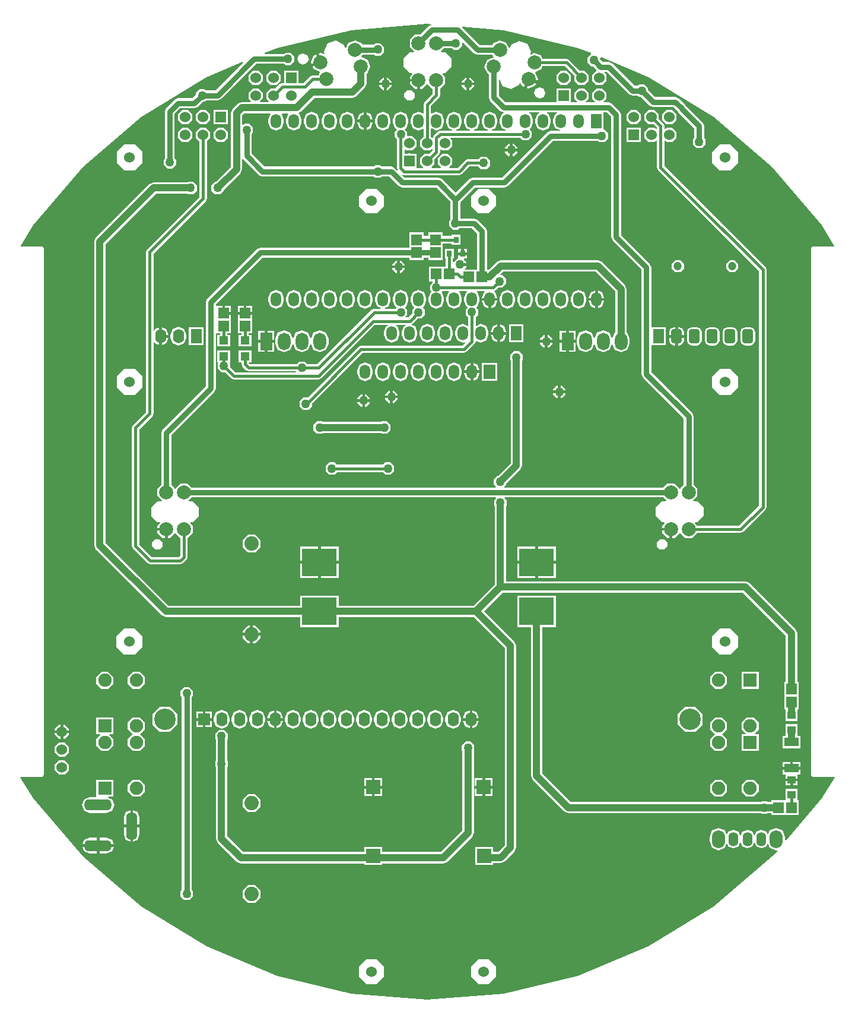
<source format=gtl>
G04*
G04 #@! TF.GenerationSoftware,Altium Limited,CircuitMaker,2.2.1 (2.2.1.6)*
G04*
G04 Layer_Physical_Order=1*
G04 Layer_Color=25308*
%FSLAX43Y43*%
%MOMM*%
G71*
G04*
G04 #@! TF.SameCoordinates,CDE1456F-32A5-43DE-B6C4-03E124C99B74*
G04*
G04*
G04 #@! TF.FilePolarity,Positive*
G04*
G01*
G75*
%ADD10R,1.550X1.550*%
%ADD11R,1.550X1.550*%
%ADD12R,0.800X0.900*%
%ADD13R,2.000X1.250*%
%ADD14R,1.200X1.100*%
%ADD15R,1.300X1.150*%
%ADD16C,0.450*%
%ADD17C,0.800*%
%ADD18C,1.000*%
%ADD19R,2.032X2.032*%
%ADD20R,2.032X2.032*%
%ADD21R,5.000X4.000*%
%ADD22C,1.524*%
%ADD23O,1.524X2.000*%
%ADD24R,1.700X2.000*%
%ADD25C,1.200*%
%ADD26R,1.524X1.524*%
%ADD27O,1.600X2.000*%
%ADD28R,1.600X2.000*%
G04:AMPARAMS|DCode=29|XSize=1.524mm|YSize=2.032mm|CornerRadius=0.381mm|HoleSize=0mm|Usage=FLASHONLY|Rotation=0.000|XOffset=0mm|YOffset=0mm|HoleType=Round|Shape=RoundedRectangle|*
%AMROUNDEDRECTD29*
21,1,1.524,1.270,0,0,0.0*
21,1,0.762,2.032,0,0,0.0*
1,1,0.762,0.381,-0.635*
1,1,0.762,-0.381,-0.635*
1,1,0.762,-0.381,0.635*
1,1,0.762,0.381,0.635*
%
%ADD29ROUNDEDRECTD29*%
%ADD30R,1.524X2.032*%
%ADD31C,1.900*%
%ADD32R,1.900X1.900*%
%ADD33C,2.050*%
%ADD34O,1.524X2.000*%
%ADD35R,1.524X2.000*%
%ADD36O,1.800X2.500*%
%ADD37R,1.800X2.500*%
%ADD38C,3.048*%
%ADD39R,1.651X1.651*%
%ADD40C,2.000*%
%ADD41O,1.600X4.000*%
%ADD42O,4.000X1.600*%
%ADD43O,1.900X2.500*%
%ADD44O,1.400X2.000*%
%ADD45C,1.270*%
G36*
X554320Y194253D02*
X554821Y194046D01*
X556990D01*
X557086Y193839D01*
X557111Y193742D01*
X557030Y193683D01*
X556174Y193284D01*
X555819Y192308D01*
X556258Y191366D01*
X556467Y191290D01*
Y187975D01*
X556674Y187474D01*
X558068Y186080D01*
X558568Y185873D01*
X558597D01*
X558622Y185749D01*
X558351Y185636D01*
X558029Y184859D01*
Y184383D01*
X558351Y183605D01*
X558842Y183401D01*
X558817Y183274D01*
X556900D01*
X556875Y183401D01*
X557366Y183605D01*
X557688Y184383D01*
Y184859D01*
X557366Y185636D01*
X556588Y185958D01*
X555811Y185636D01*
X555489Y184859D01*
Y184383D01*
X555811Y183605D01*
X556302Y183401D01*
X556277Y183274D01*
X554360D01*
X554335Y183401D01*
X554826Y183605D01*
X555148Y184383D01*
Y184859D01*
X554826Y185636D01*
X554048Y185958D01*
X553271Y185636D01*
X552949Y184859D01*
Y184383D01*
X553271Y183605D01*
X553762Y183401D01*
X553737Y183274D01*
X551820D01*
X551795Y183401D01*
X552286Y183605D01*
X552608Y184383D01*
Y184859D01*
X552286Y185636D01*
X551508Y185958D01*
X550731Y185636D01*
X550409Y184859D01*
Y184383D01*
X550731Y183605D01*
X551222Y183401D01*
X551197Y183274D01*
X549518D01*
X549518Y183274D01*
X549152Y183123D01*
X549152Y183123D01*
X548601Y182572D01*
X548473Y182263D01*
X548332Y182225D01*
X548189Y182367D01*
Y183468D01*
X548316Y183553D01*
X548968Y183283D01*
X549746Y183605D01*
X550068Y184383D01*
Y184859D01*
X549746Y185636D01*
X548968Y185958D01*
X548316Y185688D01*
X548189Y185773D01*
Y186794D01*
X549330Y187934D01*
X549330Y187934D01*
X549482Y188301D01*
Y189177D01*
X549483D01*
X550217Y189912D01*
Y190950D01*
X549858Y191310D01*
X549907Y191427D01*
X550216D01*
X551097Y192308D01*
Y193554D01*
X550216Y194435D01*
X549657D01*
X549608Y194552D01*
X550029Y194973D01*
X551194D01*
X551375Y194792D01*
X552112D01*
X552632Y195313D01*
Y195775D01*
X552750Y195824D01*
X554320Y194253D01*
D02*
G37*
G36*
X548242Y198407D02*
X548262Y198278D01*
X547848Y198107D01*
X546676Y196935D01*
X545904D01*
X545169Y196200D01*
Y195162D01*
X545779Y194552D01*
X545730Y194435D01*
X545170D01*
X544289Y193554D01*
Y192308D01*
X545170Y191427D01*
X545480D01*
X545529Y191310D01*
X545169Y190950D01*
Y190631D01*
X546423D01*
Y190431D01*
X546623D01*
Y189177D01*
X546943D01*
X547610Y189844D01*
X547693Y189901D01*
X547777Y189844D01*
X548444Y189177D01*
X548445D01*
Y188516D01*
X547304Y187375D01*
X547153Y187009D01*
X547153Y187009D01*
Y185773D01*
X547047Y185702D01*
X546428Y185958D01*
X545651Y185636D01*
X545329Y184859D01*
Y184383D01*
X545651Y183605D01*
X546428Y183283D01*
X547047Y183539D01*
X547153Y183469D01*
Y182372D01*
X546652Y181872D01*
Y181030D01*
X547248Y180435D01*
X548089D01*
X548332Y180677D01*
X548449Y180629D01*
Y180425D01*
X547951Y179927D01*
X547248D01*
X546652Y179332D01*
Y178490D01*
X547076Y178067D01*
X547027Y177949D01*
X546144D01*
Y179927D01*
X545472D01*
X545128Y180069D01*
X544784Y179927D01*
X544406D01*
Y180571D01*
X544523Y180619D01*
X544708Y180435D01*
X545549D01*
X546144Y181030D01*
Y181872D01*
X545549Y182467D01*
X544782D01*
Y183099D01*
X544471Y183410D01*
X544496Y183535D01*
X544666Y183605D01*
X544988Y184383D01*
Y184859D01*
X544666Y185636D01*
X543888Y185958D01*
X543111Y185636D01*
X542789Y184859D01*
Y184383D01*
X543111Y183605D01*
X543288Y183532D01*
X543312Y183407D01*
X543004Y183099D01*
Y182363D01*
X543369Y181998D01*
Y177937D01*
X543369Y177937D01*
X543476Y177680D01*
X543368Y177608D01*
X543044Y177932D01*
X542543Y178139D01*
X541168D01*
X540987Y178320D01*
X540250D01*
X540069Y178139D01*
X524437D01*
X522626Y179949D01*
Y182807D01*
X522807Y182988D01*
Y183724D01*
X522287Y184245D01*
X521550D01*
X521377Y184072D01*
X521260Y184120D01*
Y185418D01*
X521556Y185715D01*
X525244D01*
X525311Y185588D01*
X525009Y184859D01*
Y184383D01*
X525331Y183605D01*
X526108Y183283D01*
X526886Y183605D01*
X527208Y184383D01*
Y184859D01*
X526906Y185588D01*
X526973Y185715D01*
X527784D01*
X527851Y185588D01*
X527549Y184859D01*
Y184383D01*
X527871Y183605D01*
X528648Y183283D01*
X529426Y183605D01*
X529748Y184383D01*
Y184859D01*
X529426Y185636D01*
X529293Y185691D01*
Y185818D01*
X529620Y185954D01*
X531606Y187940D01*
X536993D01*
X537570Y188179D01*
X538789Y189397D01*
X539028Y189975D01*
Y191377D01*
X539129Y191413D01*
X539568Y192355D01*
X539213Y193331D01*
X538357Y193730D01*
X538276Y193789D01*
X538300Y193886D01*
X538397Y194093D01*
X540099D01*
X540250Y193942D01*
X540987D01*
X541507Y194463D01*
Y195199D01*
X540987Y195720D01*
X540250D01*
X540039Y195509D01*
X538420D01*
X538344Y195718D01*
X537402Y196157D01*
X536426Y195802D01*
X536062Y195021D01*
X535935Y195026D01*
X535744Y195552D01*
X534615Y196079D01*
X533444Y195653D01*
X532917Y194523D01*
X533023Y194232D01*
X532929Y194147D01*
X532469Y194361D01*
X532169Y194252D01*
X532598Y193074D01*
X532410Y193005D01*
X532478Y192817D01*
X531300Y192389D01*
X531409Y192088D01*
X532265Y191689D01*
X532321Y191533D01*
X532137Y191137D01*
X531281D01*
X531281Y191137D01*
X530914Y190985D01*
X530914Y190985D01*
X529979Y190049D01*
X529249D01*
Y191817D01*
X527217D01*
Y190049D01*
X526963D01*
X526963Y190049D01*
X526597Y189898D01*
X526597Y189898D01*
X525976Y189277D01*
X525273D01*
X524677Y188682D01*
Y187840D01*
X525053Y187464D01*
X525005Y187347D01*
X523842D01*
X523794Y187464D01*
X524169Y187840D01*
Y188682D01*
X523574Y189277D01*
X522733D01*
X522137Y188682D01*
Y187840D01*
X522513Y187464D01*
X522464Y187347D01*
X521218D01*
X520641Y187108D01*
X519866Y186333D01*
X519627Y185756D01*
Y178094D01*
X517503Y175970D01*
X517375D01*
X516854Y175449D01*
Y174713D01*
X517375Y174192D01*
X518112D01*
X518632Y174713D01*
Y174791D01*
X521021Y177179D01*
X521260Y177756D01*
Y179177D01*
X521384Y179202D01*
X521393Y179180D01*
X523643Y176930D01*
X524143Y176723D01*
X540069D01*
X540250Y176542D01*
X540987D01*
X541168Y176723D01*
X542250D01*
X543618Y175355D01*
X544118Y175148D01*
X548975D01*
X550961Y173163D01*
Y170580D01*
X550779Y170399D01*
Y169663D01*
X551300Y169142D01*
X552037D01*
X552218Y169323D01*
X554050D01*
X554761Y168613D01*
Y163435D01*
X553021D01*
X552972Y163552D01*
X553232Y163813D01*
Y163981D01*
X552343D01*
Y164381D01*
X553232D01*
Y164549D01*
X552897Y164885D01*
X552946Y165002D01*
X553372D01*
Y165506D01*
X552064D01*
Y165070D01*
X551975D01*
X551464Y164559D01*
X551337Y164572D01*
Y165002D01*
X551472D01*
Y166410D01*
X550164D01*
Y165002D01*
X550300D01*
Y163835D01*
X547914D01*
Y161777D01*
X548425D01*
Y161595D01*
X548079Y161249D01*
Y160513D01*
X548237Y160355D01*
X548212Y160231D01*
X548191Y160222D01*
X547869Y159444D01*
Y158968D01*
X548191Y158190D01*
X548968Y157868D01*
X549746Y158190D01*
X550068Y158968D01*
Y159444D01*
X549746Y160222D01*
X549782Y160344D01*
X549793Y160363D01*
X550745D01*
X550770Y160238D01*
X550731Y160222D01*
X550409Y159444D01*
Y158968D01*
X550731Y158190D01*
X551508Y157868D01*
X552286Y158190D01*
X552608Y158968D01*
Y159444D01*
X552286Y160222D01*
X552247Y160238D01*
X552271Y160363D01*
X553286D01*
X553310Y160238D01*
X553271Y160222D01*
X552949Y159444D01*
Y158968D01*
X553271Y158190D01*
X553395Y158139D01*
X553420Y158014D01*
X553154Y157749D01*
Y157013D01*
X553525Y156642D01*
Y155499D01*
X553419Y155428D01*
X552778Y155694D01*
X552001Y155372D01*
X551679Y154594D01*
Y154118D01*
X552001Y153340D01*
X552778Y153018D01*
X553022Y153119D01*
X553093Y153014D01*
X552679Y152599D01*
X538218D01*
X537852Y152448D01*
X537852Y152448D01*
X530599Y145195D01*
X529975D01*
X529454Y144674D01*
Y143938D01*
X529975Y143417D01*
X530712D01*
X531232Y143938D01*
Y144362D01*
X538433Y151563D01*
X552893D01*
X552893Y151563D01*
X553260Y151714D01*
X554410Y152864D01*
X554410Y152864D01*
X554562Y153231D01*
X554673Y153286D01*
X555318Y153018D01*
X556096Y153340D01*
X556418Y154118D01*
Y154594D01*
X556096Y155372D01*
X555318Y155694D01*
X554667Y155424D01*
X554562Y155495D01*
Y156642D01*
X554932Y157013D01*
Y157749D01*
X554670Y158012D01*
X554695Y158136D01*
X554826Y158190D01*
X555148Y158968D01*
Y159444D01*
X554826Y160222D01*
X554786Y160238D01*
X554811Y160363D01*
X555826D01*
X555850Y160238D01*
X555811Y160222D01*
X555489Y159444D01*
Y159406D01*
X557688D01*
Y159444D01*
X557366Y160222D01*
X557226Y160280D01*
Y160417D01*
X557460Y160514D01*
X557838Y160892D01*
X558362D01*
X558882Y161413D01*
Y162149D01*
X558362Y162670D01*
X558153D01*
X558104Y162787D01*
X558456Y163140D01*
X571680D01*
X574497Y160323D01*
Y154492D01*
X574430Y154464D01*
X574112Y153696D01*
X573975D01*
X573657Y154464D01*
X572773Y154830D01*
X571890Y154464D01*
X571572Y153696D01*
X571435D01*
X571117Y154464D01*
X570233Y154830D01*
X569350Y154464D01*
X568984Y153581D01*
Y152881D01*
X569350Y151998D01*
X570233Y151632D01*
X571117Y151998D01*
X571435Y152766D01*
X571572D01*
X571890Y151998D01*
X572773Y151632D01*
X573657Y151998D01*
X573975Y152766D01*
X574112D01*
X574430Y151998D01*
X575313Y151632D01*
X576197Y151998D01*
X576562Y152881D01*
Y153581D01*
X576197Y154464D01*
X576130Y154492D01*
Y160661D01*
X575890Y161238D01*
X572596Y164533D01*
X572018Y164772D01*
X558118D01*
X557541Y164533D01*
X556443Y163435D01*
X556176D01*
Y168906D01*
X555969Y169407D01*
X554844Y170532D01*
X554343Y170739D01*
X552376D01*
Y173063D01*
X554462Y175148D01*
X558643D01*
X559144Y175355D01*
X565587Y181798D01*
X572019D01*
X572200Y181617D01*
X572937D01*
X573457Y182138D01*
Y182874D01*
X572937Y183395D01*
X572844D01*
Y185873D01*
X573300D01*
X573911Y185263D01*
Y168056D01*
X574118Y167555D01*
X578236Y163438D01*
Y148506D01*
X578443Y148005D01*
X584255Y142193D01*
Y132747D01*
X583777Y132268D01*
X583693Y132211D01*
X583610Y132268D01*
X582943Y132935D01*
X581904D01*
X581358Y132389D01*
X558674D01*
X558626Y132506D01*
X558932Y132813D01*
Y132916D01*
X560971Y134954D01*
X561210Y135531D01*
Y150465D01*
X561282Y150538D01*
Y151274D01*
X560762Y151795D01*
X560025D01*
X559504Y151274D01*
Y150538D01*
X559577Y150465D01*
Y135869D01*
X557778Y134070D01*
X557675D01*
X557154Y133549D01*
Y132813D01*
X557461Y132506D01*
X557412Y132389D01*
X514029D01*
X513483Y132935D01*
X512444D01*
X511777Y132268D01*
X511693Y132211D01*
X511610Y132268D01*
X511131Y132747D01*
Y139893D01*
X517269Y146030D01*
X517476Y146531D01*
Y154319D01*
X517589Y154352D01*
X517603Y154352D01*
X518100D01*
Y154160D01*
X517714D01*
Y152502D01*
X519522D01*
Y154160D01*
X519137D01*
Y154352D01*
X519647D01*
Y156202D01*
Y157031D01*
X518618D01*
Y157231D01*
X518418D01*
Y158260D01*
X517603D01*
X517589Y158260D01*
X517476Y158293D01*
Y158488D01*
X524137Y165148D01*
X545114D01*
Y164827D01*
X547172D01*
Y165148D01*
X547839D01*
Y164827D01*
X549897D01*
Y166677D01*
Y167188D01*
X551114D01*
Y167002D01*
X552422D01*
Y168410D01*
X551114D01*
Y168224D01*
X549897D01*
Y168735D01*
X547839D01*
Y168224D01*
X547172D01*
Y168735D01*
X545114D01*
Y166564D01*
X523843D01*
X523343Y166357D01*
X516268Y159282D01*
X516061Y158781D01*
Y146824D01*
X509923Y140687D01*
X509716Y140186D01*
Y132747D01*
X509169Y132200D01*
Y131162D01*
X509779Y130552D01*
X509730Y130435D01*
X509170D01*
X508289Y129554D01*
Y128308D01*
X509170Y127427D01*
X509480D01*
X509529Y127310D01*
X509169Y126950D01*
Y126631D01*
X510423D01*
Y126431D01*
X510623D01*
Y125177D01*
X510943D01*
X511610Y125844D01*
X511693Y125901D01*
X511777Y125844D01*
X512444Y125177D01*
X512445D01*
Y122691D01*
X512229Y122474D01*
X508358D01*
X506562Y124271D01*
Y140666D01*
X508435Y142539D01*
X508435Y142539D01*
X508587Y142906D01*
Y153130D01*
X508711Y153154D01*
X508807Y152924D01*
X509413Y152673D01*
Y153931D01*
Y155189D01*
X508807Y154938D01*
X508711Y154708D01*
X508587Y154732D01*
Y165731D01*
X516060Y173204D01*
X516060Y173204D01*
X516212Y173570D01*
Y181743D01*
X516709Y182240D01*
Y183082D01*
X516114Y183677D01*
X515273D01*
X514677Y183082D01*
Y182240D01*
X515175Y181743D01*
Y173785D01*
X507702Y166312D01*
X507550Y165945D01*
X507550Y165945D01*
Y143121D01*
X505677Y141248D01*
X505525Y140881D01*
X505525Y140881D01*
Y124056D01*
X505525Y124056D01*
X505677Y123689D01*
X507777Y121589D01*
X508143Y121438D01*
X512443D01*
X512443Y121438D01*
X512810Y121589D01*
X513330Y122109D01*
X513482Y122476D01*
Y125177D01*
X513483D01*
X514217Y125912D01*
Y126950D01*
X513858Y127310D01*
X513907Y127427D01*
X514216D01*
X515097Y128308D01*
Y129554D01*
X514216Y130435D01*
X513657D01*
X513608Y130552D01*
X514029Y130973D01*
X557437D01*
X557486Y130856D01*
X557204Y130574D01*
Y129838D01*
X557277Y129765D01*
Y122056D01*
X557277Y122056D01*
Y118544D01*
X554280Y115547D01*
X535022D01*
Y116985D01*
X529514D01*
Y115547D01*
X510706D01*
X501760Y124494D01*
Y167068D01*
X508956Y174265D01*
X513452D01*
X513525Y174192D01*
X514262D01*
X514782Y174713D01*
Y175449D01*
X514262Y175970D01*
X513525D01*
X513452Y175897D01*
X508618D01*
X508041Y175658D01*
X500366Y167983D01*
X500127Y167406D01*
Y124156D01*
X500366Y123579D01*
X509791Y114154D01*
X510368Y113915D01*
X529514D01*
Y112477D01*
X535022D01*
Y113915D01*
X554280D01*
X558727Y109468D01*
Y81370D01*
X557815Y80459D01*
X557018D01*
Y81166D01*
X554478D01*
Y78626D01*
X557018D01*
Y78826D01*
X558154D01*
X558731Y79065D01*
X560120Y80455D01*
X560359Y81032D01*
Y109806D01*
X560120Y110383D01*
X555773Y114731D01*
X558431Y117390D01*
X592680D01*
X598827Y111243D01*
Y104685D01*
X598614D01*
Y102627D01*
Y100777D01*
X598680D01*
X598789Y100735D01*
Y99127D01*
X599614D01*
X599643Y99115D01*
X599673Y99127D01*
X600497D01*
Y100735D01*
X600607Y100777D01*
X600672D01*
Y102627D01*
Y104685D01*
X600460D01*
Y111581D01*
X600221Y112158D01*
X593596Y118783D01*
X593018Y119022D01*
X558909D01*
Y122056D01*
X558910Y122056D01*
Y129765D01*
X558982Y129838D01*
Y130574D01*
X558701Y130856D01*
X558749Y130973D01*
X581358D01*
X581779Y130552D01*
X581730Y130435D01*
X581170D01*
X580289Y129554D01*
Y128308D01*
X581170Y127427D01*
X581480D01*
X581529Y127310D01*
X581169Y126950D01*
Y126631D01*
X582423D01*
Y126431D01*
X582623D01*
Y125177D01*
X582943D01*
X583610Y125844D01*
X583693Y125901D01*
X583777Y125844D01*
X584444Y125177D01*
X585483D01*
X586217Y125912D01*
Y125913D01*
X592393D01*
X592393Y125913D01*
X592760Y126064D01*
X595910Y129214D01*
X595910Y129214D01*
X596062Y129581D01*
Y163456D01*
X596062Y163456D01*
X595910Y163823D01*
X595910Y163823D01*
X584556Y175176D01*
X584556Y175176D01*
X581487Y178246D01*
Y181805D01*
X581604Y181853D01*
X581813Y181645D01*
X582654D01*
X583249Y182240D01*
Y183082D01*
X582654Y183677D01*
X581813D01*
X581604Y183469D01*
X581487Y183517D01*
Y183926D01*
X581335Y184293D01*
X581335Y184293D01*
X580709Y184918D01*
Y185622D01*
X580114Y186217D01*
X579273D01*
X578677Y185622D01*
Y184780D01*
X579273Y184185D01*
X579976D01*
X580450Y183711D01*
Y183507D01*
X580333Y183459D01*
X580114Y183677D01*
X579273D01*
X578677Y183082D01*
Y182240D01*
X579273Y181645D01*
X580114D01*
X580333Y181863D01*
X580450Y181815D01*
Y178031D01*
X580450Y178031D01*
X580602Y177664D01*
X583823Y174443D01*
X583823Y174443D01*
X583823Y174443D01*
X595025Y163241D01*
Y129796D01*
X592179Y126949D01*
X586217D01*
Y126950D01*
X585858Y127310D01*
X585907Y127427D01*
X586216D01*
X587097Y128308D01*
Y129554D01*
X586216Y130435D01*
X585657D01*
X585608Y130552D01*
X586217Y131162D01*
Y132200D01*
X585671Y132747D01*
Y142486D01*
X585464Y142987D01*
X579651Y148799D01*
Y152545D01*
X579677Y152661D01*
X579778Y152661D01*
X581709D01*
Y155201D01*
X579778D01*
X579677Y155201D01*
X579651Y155317D01*
Y163731D01*
X579444Y164232D01*
X575326Y168349D01*
Y185556D01*
X575119Y186057D01*
X574094Y187082D01*
X573593Y187289D01*
X572864D01*
X572815Y187406D01*
X573249Y187840D01*
Y188682D01*
X572654Y189277D01*
X571813D01*
X571217Y188682D01*
Y187840D01*
X571651Y187406D01*
X571603Y187289D01*
X570324D01*
X570275Y187406D01*
X570709Y187840D01*
Y188682D01*
X570114Y189277D01*
X569273D01*
X568677Y188682D01*
Y187840D01*
X569111Y187406D01*
X569063Y187289D01*
X568169D01*
Y189277D01*
X566137D01*
Y187289D01*
X558862D01*
X557883Y188268D01*
Y190537D01*
X558010Y190565D01*
X558444Y189634D01*
X559615Y189208D01*
X560744Y189735D01*
X560850Y190026D01*
X560977Y190031D01*
X561191Y189571D01*
X561491Y189461D01*
X561920Y190640D01*
X562108Y190571D01*
X562177Y190759D01*
X563355Y190330D01*
X563464Y190631D01*
X563065Y191486D01*
X563041Y191583D01*
X563122Y191642D01*
X563978Y192041D01*
X564123Y192440D01*
X567321D01*
X568677Y191084D01*
Y190380D01*
X569273Y189785D01*
X570114D01*
X570709Y190380D01*
Y191222D01*
X570114Y191817D01*
X569411D01*
X567903Y193325D01*
X567536Y193477D01*
X567536Y193477D01*
X564119D01*
X563894Y193959D01*
X562918Y194314D01*
X562457Y194100D01*
X562364Y194185D01*
X562470Y194476D01*
X561943Y195605D01*
X560772Y196032D01*
X559643Y195505D01*
X559452Y194979D01*
X559325Y194974D01*
X558961Y195755D01*
X557984Y196110D01*
X557043Y195671D01*
X556967Y195462D01*
X555114D01*
X552633Y197942D01*
X552687Y198058D01*
X558572Y197594D01*
X569182Y195047D01*
X570988Y194299D01*
X571007Y194154D01*
X570531Y193677D01*
Y192941D01*
X571051Y192420D01*
X571307D01*
X571792Y191936D01*
X571813Y191817D01*
X571780Y191784D01*
X571217Y191222D01*
Y190380D01*
X571813Y189785D01*
X572654D01*
X573249Y190380D01*
Y191222D01*
X572965Y191506D01*
X573014Y191623D01*
X573300D01*
X576493Y188430D01*
X576993Y188223D01*
X577744D01*
X577925Y188042D01*
X578181D01*
X579393Y186830D01*
X579893Y186623D01*
X582775D01*
X583450Y185948D01*
X583468Y185905D01*
X585760Y183613D01*
Y182205D01*
X585579Y182024D01*
Y181288D01*
X586100Y180767D01*
X586837D01*
X587357Y181288D01*
Y182024D01*
X587176Y182205D01*
Y183906D01*
X586969Y184407D01*
X584487Y186889D01*
X584469Y186932D01*
X583569Y187832D01*
X583068Y188039D01*
X580187D01*
X579182Y189043D01*
Y189299D01*
X578662Y189820D01*
X577925D01*
X577744Y189639D01*
X577287D01*
X574094Y192832D01*
X573593Y193039D01*
X572691D01*
X572309Y193421D01*
Y193615D01*
X572424Y193704D01*
X579262Y190872D01*
X588566Y185171D01*
X596862Y178085D01*
X603949Y169788D01*
X605769Y166817D01*
X605707Y166706D01*
X602695D01*
X602501Y166625D01*
X602420Y166431D01*
Y91431D01*
X602501Y91237D01*
X602695Y91156D01*
X605724D01*
X605786Y91045D01*
X603949Y88046D01*
X598875Y82106D01*
X598748Y82153D01*
Y82567D01*
X598366Y83488D01*
X597445Y83870D01*
X596523Y83488D01*
X596323Y83005D01*
X596196D01*
X596075Y83297D01*
X595345Y83600D01*
X594615Y83297D01*
X594409Y82799D01*
X594281D01*
X594075Y83297D01*
X593345Y83600D01*
X592615Y83297D01*
X592409Y82799D01*
X592281D01*
X592075Y83297D01*
X591345Y83600D01*
X590615Y83297D01*
X590494Y83005D01*
X590367D01*
X590167Y83488D01*
X589245Y83870D01*
X588323Y83488D01*
X587942Y82567D01*
Y81967D01*
X588323Y81045D01*
X589245Y80664D01*
X590167Y81045D01*
X590367Y81529D01*
X590494D01*
X590615Y81237D01*
X591345Y80934D01*
X592075Y81237D01*
X592281Y81735D01*
X592409D01*
X592615Y81237D01*
X593345Y80934D01*
X594075Y81237D01*
X594281Y81735D01*
X594409D01*
X594615Y81237D01*
X595345Y80934D01*
X596075Y81237D01*
X596196Y81529D01*
X596323D01*
X596523Y81045D01*
X597445Y80664D01*
X597501Y80687D01*
X597575Y80584D01*
X596862Y79749D01*
X588566Y72663D01*
X579262Y66962D01*
X569182Y62787D01*
X558572Y60240D01*
X547695Y59384D01*
X536818Y60240D01*
X526208Y62787D01*
X516128Y66962D01*
X506824Y72663D01*
X498527Y79749D01*
X491441Y88046D01*
X489604Y91045D01*
X489666Y91156D01*
X492695D01*
X492889Y91237D01*
X492970Y91431D01*
Y166431D01*
X492889Y166625D01*
X492695Y166706D01*
X489683D01*
X489621Y166817D01*
X491441Y169788D01*
X498527Y178085D01*
X506824Y185171D01*
X516128Y190872D01*
X521342Y193031D01*
X521412Y192926D01*
X517475Y188989D01*
X516093D01*
X515912Y189170D01*
X515175D01*
X514654Y188649D01*
Y188393D01*
X514125Y187864D01*
X512093D01*
X511593Y187657D01*
X510418Y186482D01*
X510211Y185981D01*
Y179280D01*
X510054Y179124D01*
Y178388D01*
X510575Y177867D01*
X511312D01*
X511832Y178388D01*
Y179124D01*
X511626Y179330D01*
Y185688D01*
X512387Y186448D01*
X514418D01*
X514919Y186655D01*
X515656Y187392D01*
X515912D01*
X516093Y187573D01*
X517768D01*
X518269Y187780D01*
X523262Y192773D01*
X527244D01*
X527425Y192592D01*
X528162D01*
X528682Y193113D01*
Y193849D01*
X528162Y194370D01*
X527425D01*
X527244Y194189D01*
X524461D01*
X524437Y194313D01*
X526208Y195047D01*
X536818Y197594D01*
X547695Y198450D01*
X548242Y198407D01*
D02*
G37*
G36*
X566242Y185749D02*
X565971Y185636D01*
X565649Y184859D01*
Y184383D01*
X565971Y183605D01*
X566608Y183341D01*
X566583Y183214D01*
X565293D01*
X564793Y183007D01*
X558350Y176564D01*
X554168D01*
X553668Y176357D01*
X551718Y174407D01*
X549769Y176357D01*
X549268Y176564D01*
X544412D01*
X544064Y176912D01*
X544136Y177019D01*
X544393Y176913D01*
X552218D01*
X552218Y176913D01*
X552585Y177064D01*
X553658Y178138D01*
X554980D01*
X555350Y177767D01*
X556087D01*
X556607Y178288D01*
Y179024D01*
X556087Y179545D01*
X555350D01*
X554980Y179174D01*
X553443D01*
X553443Y179174D01*
X553077Y179023D01*
X553077Y179023D01*
X552004Y177949D01*
X550850D01*
X550801Y178067D01*
X551224Y178490D01*
Y179332D01*
X550629Y179927D01*
X549788D01*
X549192Y179332D01*
Y178490D01*
X549616Y178067D01*
X549567Y177949D01*
X548310D01*
X548261Y178067D01*
X548684Y178490D01*
Y179194D01*
X549334Y179843D01*
X549486Y180210D01*
X549486Y180210D01*
Y180571D01*
X549603Y180619D01*
X549788Y180435D01*
X550629D01*
X551224Y181030D01*
Y181872D01*
X550976Y182120D01*
X551025Y182238D01*
X560955D01*
X561325Y181867D01*
X562062D01*
X562582Y182388D01*
Y183124D01*
X562283Y183423D01*
X562308Y183548D01*
X562446Y183605D01*
X562768Y184383D01*
Y184859D01*
X562446Y185636D01*
X562175Y185749D01*
X562200Y185873D01*
X563677D01*
X563702Y185749D01*
X563431Y185636D01*
X563109Y184859D01*
Y184383D01*
X563431Y183605D01*
X564208Y183283D01*
X564986Y183605D01*
X565308Y184383D01*
Y184859D01*
X564986Y185636D01*
X564715Y185749D01*
X564740Y185873D01*
X566217D01*
X566242Y185749D01*
D02*
G37*
%LPC*%
G36*
X553837Y190820D02*
X553668D01*
Y190131D01*
X554357D01*
Y190299D01*
X553837Y190820D01*
D02*
G37*
G36*
X553268D02*
X553100D01*
X552579Y190299D01*
Y190131D01*
X553268D01*
Y190820D01*
D02*
G37*
G36*
X554357Y189731D02*
X553668D01*
Y189042D01*
X553837D01*
X554357Y189563D01*
Y189731D01*
D02*
G37*
G36*
X553268D02*
X552579D01*
Y189563D01*
X553100Y189042D01*
X553268D01*
Y189731D01*
D02*
G37*
G36*
X531793Y194115D02*
X531493Y194006D01*
X531054Y193065D01*
X531163Y192764D01*
X532153Y193125D01*
X531793Y194115D01*
D02*
G37*
G36*
X529991Y194279D02*
X529404Y194065D01*
X529140Y193499D01*
X529353Y192912D01*
X529919Y192648D01*
X530506Y192862D01*
X530770Y193428D01*
X530557Y194015D01*
X529991Y194279D01*
D02*
G37*
G36*
X542062Y190820D02*
X541893D01*
Y190131D01*
X542582D01*
Y190299D01*
X542062Y190820D01*
D02*
G37*
G36*
X541493D02*
X541325D01*
X540804Y190299D01*
Y190131D01*
X541493D01*
Y190820D01*
D02*
G37*
G36*
X526114Y191817D02*
X525273D01*
X524677Y191222D01*
Y190380D01*
X525273Y189785D01*
X526114D01*
X526709Y190380D01*
Y191222D01*
X526114Y191817D01*
D02*
G37*
G36*
X523574D02*
X522733D01*
X522137Y191222D01*
Y190380D01*
X522733Y189785D01*
X523574D01*
X524169Y190380D01*
Y191222D01*
X523574Y191817D01*
D02*
G37*
G36*
X567574Y191817D02*
X566733D01*
X566137Y191222D01*
Y190380D01*
X566733Y189785D01*
X567574D01*
X568169Y190380D01*
Y191222D01*
X567574Y191817D01*
D02*
G37*
G36*
X562228Y190315D02*
X561867Y189325D01*
X562167Y189215D01*
X563109Y189654D01*
X563218Y189955D01*
X562228Y190315D01*
D02*
G37*
G36*
X546223Y190231D02*
X545169D01*
Y189912D01*
X545904Y189177D01*
X546223D01*
Y190231D01*
D02*
G37*
G36*
X542582Y189731D02*
X541893D01*
Y189042D01*
X542062D01*
X542582Y189563D01*
Y189731D01*
D02*
G37*
G36*
X541493D02*
X540804D01*
Y189563D01*
X541325Y189042D01*
X541493D01*
Y189731D01*
D02*
G37*
G36*
X563659Y189458D02*
X563093Y189194D01*
X562879Y188607D01*
X563143Y188041D01*
X563730Y187827D01*
X564296Y188091D01*
X564510Y188678D01*
X564246Y189244D01*
X563659Y189458D01*
D02*
G37*
G36*
X545466Y189035D02*
X544841D01*
X544399Y188593D01*
Y187969D01*
X544841Y187527D01*
X545466D01*
X545907Y187969D01*
Y188593D01*
X545466Y189035D01*
D02*
G37*
G36*
X539008Y185875D02*
Y184821D01*
X539908D01*
Y184859D01*
X539586Y185636D01*
X539008Y185875D01*
D02*
G37*
G36*
X538608D02*
X538031Y185636D01*
X537709Y184859D01*
Y184821D01*
X538608D01*
Y185875D01*
D02*
G37*
G36*
X582654Y186217D02*
X581813D01*
X581217Y185622D01*
Y184780D01*
X581813Y184185D01*
X582654D01*
X583249Y184780D01*
Y185622D01*
X582654Y186217D01*
D02*
G37*
G36*
X577574D02*
X576733D01*
X576137Y185622D01*
Y184780D01*
X576733Y184185D01*
X577574D01*
X578169Y184780D01*
Y185622D01*
X577574Y186217D01*
D02*
G37*
G36*
X519249Y186217D02*
X517217D01*
Y184185D01*
X519249D01*
Y186217D01*
D02*
G37*
G36*
X516114D02*
X515273D01*
X514677Y185622D01*
Y184780D01*
X515273Y184185D01*
X516114D01*
X516709Y184780D01*
Y185622D01*
X516114Y186217D01*
D02*
G37*
G36*
X513574D02*
X512733D01*
X512137Y185622D01*
Y184780D01*
X512733Y184185D01*
X513574D01*
X514169Y184780D01*
Y185622D01*
X513574Y186217D01*
D02*
G37*
G36*
X539908Y184421D02*
X539008D01*
Y183366D01*
X539586Y183605D01*
X539908Y184383D01*
Y184421D01*
D02*
G37*
G36*
X538608D02*
X537709D01*
Y184383D01*
X538031Y183605D01*
X538608Y183366D01*
Y184421D01*
D02*
G37*
G36*
X541348Y185958D02*
X540571Y185636D01*
X540249Y184859D01*
Y184383D01*
X540571Y183605D01*
X541348Y183283D01*
X542126Y183605D01*
X542448Y184383D01*
Y184859D01*
X542126Y185636D01*
X541348Y185958D01*
D02*
G37*
G36*
X536268D02*
X535491Y185636D01*
X535169Y184859D01*
Y184383D01*
X535491Y183605D01*
X536268Y183283D01*
X537046Y183605D01*
X537368Y184383D01*
Y184859D01*
X537046Y185636D01*
X536268Y185958D01*
D02*
G37*
G36*
X533728D02*
X532951Y185636D01*
X532629Y184859D01*
Y184383D01*
X532951Y183605D01*
X533728Y183283D01*
X534506Y183605D01*
X534828Y184383D01*
Y184859D01*
X534506Y185636D01*
X533728Y185958D01*
D02*
G37*
G36*
X531188D02*
X530411Y185636D01*
X530089Y184859D01*
Y184383D01*
X530411Y183605D01*
X531188Y183283D01*
X531966Y183605D01*
X532288Y184383D01*
Y184859D01*
X531966Y185636D01*
X531188Y185958D01*
D02*
G37*
G36*
X578169Y183677D02*
X576137D01*
Y181645D01*
X578169D01*
Y183677D01*
D02*
G37*
G36*
X518654Y183677D02*
X517813D01*
X517217Y183082D01*
Y182240D01*
X517813Y181645D01*
X518654D01*
X519249Y182240D01*
Y183082D01*
X518654Y183677D01*
D02*
G37*
G36*
X513574D02*
X512733D01*
X512137Y183082D01*
Y182240D01*
X512733Y181645D01*
X513574D01*
X514169Y182240D01*
Y183082D01*
X513574Y183677D01*
D02*
G37*
G36*
X590961Y181285D02*
X589425D01*
X588339Y180199D01*
Y178663D01*
X589425Y177577D01*
X590961D01*
X592047Y178663D01*
Y180199D01*
X590961Y181285D01*
D02*
G37*
G36*
X505961D02*
X504425D01*
X503339Y180199D01*
Y178663D01*
X504425Y177577D01*
X505961D01*
X507047Y178663D01*
Y180199D01*
X505961Y181285D01*
D02*
G37*
G36*
X556420Y174971D02*
X554967D01*
X553939Y173944D01*
Y172490D01*
X554967Y171463D01*
X556420D01*
X557447Y172490D01*
Y173944D01*
X556420Y174971D01*
D02*
G37*
G36*
X540420D02*
X538967D01*
X537939Y173944D01*
Y172490D01*
X538967Y171463D01*
X540420D01*
X541447Y172490D01*
Y173944D01*
X540420Y174971D01*
D02*
G37*
G36*
X553372Y166410D02*
X552918D01*
Y165906D01*
X553372D01*
Y166410D01*
D02*
G37*
G36*
X552518D02*
X552064D01*
Y165906D01*
X552518D01*
Y166410D01*
D02*
G37*
G36*
X543937Y164745D02*
X543768D01*
Y164056D01*
X544457D01*
Y164224D01*
X543937Y164745D01*
D02*
G37*
G36*
X543368D02*
X543200D01*
X542679Y164224D01*
Y164056D01*
X543368D01*
Y164745D01*
D02*
G37*
G36*
X591526Y164785D02*
X590819D01*
X590318Y164285D01*
Y163577D01*
X590819Y163077D01*
X591526D01*
X592026Y163577D01*
Y164285D01*
X591526Y164785D01*
D02*
G37*
G36*
X583779D02*
X583072D01*
X582571Y164285D01*
Y163577D01*
X583072Y163077D01*
X583779D01*
X584279Y163577D01*
Y164285D01*
X583779Y164785D01*
D02*
G37*
G36*
X544457Y163656D02*
X543768D01*
Y162967D01*
X543937D01*
X544457Y163488D01*
Y163656D01*
D02*
G37*
G36*
X543368D02*
X542679D01*
Y163488D01*
X543200Y162967D01*
X543368D01*
Y163656D01*
D02*
G37*
G36*
X572028Y160461D02*
Y159406D01*
X572928D01*
Y159444D01*
X572606Y160222D01*
X572028Y160461D01*
D02*
G37*
G36*
X571628Y160461D02*
X571051Y160222D01*
X570729Y159444D01*
Y159406D01*
X571628D01*
Y160461D01*
D02*
G37*
G36*
X572928Y159006D02*
X572028D01*
Y157951D01*
X572606Y158190D01*
X572928Y158968D01*
Y159006D01*
D02*
G37*
G36*
X557688D02*
X556788D01*
Y157951D01*
X557366Y158190D01*
X557688Y158968D01*
Y159006D01*
D02*
G37*
G36*
X571628D02*
X570729D01*
Y158968D01*
X571051Y158190D01*
X571628Y157951D01*
Y159006D01*
D02*
G37*
G36*
X556388D02*
X555489D01*
Y158968D01*
X555811Y158190D01*
X556388Y157951D01*
Y159006D01*
D02*
G37*
G36*
X569288Y160544D02*
X568511Y160222D01*
X568189Y159444D01*
Y158968D01*
X568511Y158190D01*
X569288Y157868D01*
X570066Y158190D01*
X570388Y158968D01*
Y159444D01*
X570066Y160222D01*
X569288Y160544D01*
D02*
G37*
G36*
X566748D02*
X565971Y160222D01*
X565649Y159444D01*
Y158968D01*
X565971Y158190D01*
X566748Y157868D01*
X567526Y158190D01*
X567848Y158968D01*
Y159444D01*
X567526Y160222D01*
X566748Y160544D01*
D02*
G37*
G36*
X564208D02*
X563431Y160222D01*
X563109Y159444D01*
Y158968D01*
X563431Y158190D01*
X564208Y157868D01*
X564986Y158190D01*
X565308Y158968D01*
Y159444D01*
X564986Y160222D01*
X564208Y160544D01*
D02*
G37*
G36*
X561668D02*
X560891Y160222D01*
X560569Y159444D01*
Y158968D01*
X560891Y158190D01*
X561668Y157868D01*
X562446Y158190D01*
X562768Y158968D01*
Y159444D01*
X562446Y160222D01*
X561668Y160544D01*
D02*
G37*
G36*
X559128D02*
X558351Y160222D01*
X558029Y159444D01*
Y158968D01*
X558351Y158190D01*
X559128Y157868D01*
X559906Y158190D01*
X560228Y158968D01*
Y159444D01*
X559906Y160222D01*
X559128Y160544D01*
D02*
G37*
G36*
X538808D02*
X538031Y160222D01*
X537709Y159444D01*
Y158968D01*
X538031Y158190D01*
X538808Y157868D01*
X539586Y158190D01*
X539908Y158968D01*
Y159444D01*
X539586Y160222D01*
X538808Y160544D01*
D02*
G37*
G36*
X536268D02*
X535491Y160222D01*
X535169Y159444D01*
Y158968D01*
X535491Y158190D01*
X536268Y157868D01*
X537046Y158190D01*
X537368Y158968D01*
Y159444D01*
X537046Y160222D01*
X536268Y160544D01*
D02*
G37*
G36*
X533728D02*
X532951Y160222D01*
X532629Y159444D01*
Y158968D01*
X532951Y158190D01*
X533728Y157868D01*
X534506Y158190D01*
X534828Y158968D01*
Y159444D01*
X534506Y160222D01*
X533728Y160544D01*
D02*
G37*
G36*
X531188D02*
X530411Y160222D01*
X530089Y159444D01*
Y158968D01*
X530411Y158190D01*
X531188Y157868D01*
X531966Y158190D01*
X532288Y158968D01*
Y159444D01*
X531966Y160222D01*
X531188Y160544D01*
D02*
G37*
G36*
X528648D02*
X527871Y160222D01*
X527549Y159444D01*
Y158968D01*
X527871Y158190D01*
X528648Y157868D01*
X529426Y158190D01*
X529748Y158968D01*
Y159444D01*
X529426Y160222D01*
X528648Y160544D01*
D02*
G37*
G36*
X526108D02*
X525331Y160222D01*
X525009Y159444D01*
Y158968D01*
X525331Y158190D01*
X526108Y157868D01*
X526886Y158190D01*
X527208Y158968D01*
Y159444D01*
X526886Y160222D01*
X526108Y160544D01*
D02*
G37*
G36*
X522697Y158260D02*
X521868D01*
Y157431D01*
X522697D01*
Y158260D01*
D02*
G37*
G36*
X521468D02*
X520639D01*
Y157431D01*
X521468D01*
Y158260D01*
D02*
G37*
G36*
X518818D02*
Y157431D01*
X519647D01*
Y158260D01*
X518818D01*
D02*
G37*
G36*
X546428Y160544D02*
X545651Y160222D01*
X545329Y159444D01*
Y158968D01*
X545651Y158190D01*
X545789Y158133D01*
X545814Y158009D01*
X545529Y157724D01*
Y157200D01*
X544954Y156624D01*
X544585D01*
X544536Y156742D01*
X544782Y156988D01*
Y157724D01*
X544500Y158007D01*
X544524Y158132D01*
X544666Y158190D01*
X544988Y158968D01*
Y159444D01*
X544666Y160222D01*
X543888Y160544D01*
X543111Y160222D01*
X542789Y159444D01*
Y158968D01*
X543111Y158190D01*
X543260Y158129D01*
X543284Y158004D01*
X543155Y157874D01*
X541689D01*
X541664Y157999D01*
X542126Y158190D01*
X542448Y158968D01*
Y159444D01*
X542126Y160222D01*
X541348Y160544D01*
X540571Y160222D01*
X540249Y159444D01*
Y158968D01*
X540571Y158190D01*
X541033Y157999D01*
X541008Y157874D01*
X540093D01*
X540093Y157874D01*
X539727Y157723D01*
X531979Y149974D01*
X530532D01*
X530162Y150345D01*
X529425D01*
X529055Y149974D01*
X522358D01*
X522208Y150125D01*
X522237Y150252D01*
X522572D01*
Y151910D01*
X520764D01*
Y150252D01*
X521150D01*
Y149931D01*
X521150Y149931D01*
X521302Y149564D01*
X521777Y149089D01*
X521777Y149089D01*
X522143Y148938D01*
X522143Y148938D01*
X528946D01*
X528954Y148926D01*
X528886Y148799D01*
X520283D01*
X519532Y149550D01*
Y150074D01*
X519472Y150135D01*
X519521Y150252D01*
X519522D01*
Y151910D01*
X517714D01*
Y150252D01*
X517766D01*
X517815Y150135D01*
X517754Y150074D01*
Y149338D01*
X518275Y148817D01*
X518799D01*
X519702Y147914D01*
X519702Y147914D01*
X520068Y147763D01*
X520068Y147763D01*
X532143D01*
X532143Y147763D01*
X532510Y147914D01*
X540183Y155588D01*
X542037D01*
X542061Y155463D01*
X541841Y155372D01*
X541519Y154594D01*
Y154118D01*
X541841Y153340D01*
X542618Y153018D01*
X543396Y153340D01*
X543718Y154118D01*
Y154594D01*
X543396Y155372D01*
X543175Y155463D01*
X543200Y155588D01*
X544577D01*
X544601Y155463D01*
X544381Y155372D01*
X544059Y154594D01*
Y154118D01*
X544381Y153340D01*
X545158Y153018D01*
X545936Y153340D01*
X546258Y154118D01*
Y154594D01*
X545936Y155372D01*
X545445Y155575D01*
Y155702D01*
X545535Y155739D01*
X546263Y156467D01*
X546787D01*
X547307Y156988D01*
Y157724D01*
X547029Y158003D01*
X547054Y158127D01*
X547206Y158190D01*
X547528Y158968D01*
Y159444D01*
X547206Y160222D01*
X546428Y160544D01*
D02*
G37*
G36*
X558058Y155611D02*
Y154556D01*
X558958D01*
Y154594D01*
X558636Y155372D01*
X558058Y155611D01*
D02*
G37*
G36*
X557658Y155611D02*
X557081Y155372D01*
X556759Y154594D01*
Y154556D01*
X557658D01*
Y155611D01*
D02*
G37*
G36*
X509813Y155189D02*
Y154131D01*
X510754D01*
Y154131D01*
X510420Y154938D01*
X509813Y155189D01*
D02*
G37*
G36*
X583614Y155253D02*
X583433D01*
Y154131D01*
X584302D01*
Y154566D01*
X584100Y155052D01*
X583614Y155253D01*
D02*
G37*
G36*
X583033D02*
X582852D01*
X582366Y155052D01*
X582165Y154566D01*
Y154131D01*
X583033D01*
Y155253D01*
D02*
G37*
G36*
X532313Y154830D02*
X531430Y154464D01*
X531112Y153696D01*
X530975D01*
X530657Y154464D01*
X529773Y154830D01*
X528890Y154464D01*
X528572Y153696D01*
X528435D01*
X528117Y154464D01*
X527233Y154830D01*
X526350Y154464D01*
X525984Y153581D01*
Y152881D01*
X526350Y151998D01*
X527233Y151632D01*
X528117Y151998D01*
X528435Y152766D01*
X528572D01*
X528890Y151998D01*
X529773Y151632D01*
X530657Y151998D01*
X530975Y152766D01*
X531112D01*
X531430Y151998D01*
X532313Y151632D01*
X533197Y151998D01*
X533562Y152881D01*
Y153581D01*
X533197Y154464D01*
X532313Y154830D01*
D02*
G37*
G36*
X568847Y154735D02*
X567893D01*
Y153431D01*
X568847D01*
Y154735D01*
D02*
G37*
G36*
X525847D02*
X524893D01*
Y153431D01*
X525847D01*
Y154735D01*
D02*
G37*
G36*
X567493D02*
X566539D01*
Y153431D01*
X567493D01*
Y154735D01*
D02*
G37*
G36*
X524493D02*
X523539D01*
Y153431D01*
X524493D01*
Y154735D01*
D02*
G37*
G36*
X565012Y154095D02*
X564843D01*
Y153406D01*
X565532D01*
Y153574D01*
X565012Y154095D01*
D02*
G37*
G36*
X564443D02*
X564275D01*
X563754Y153574D01*
Y153406D01*
X564443D01*
Y154095D01*
D02*
G37*
G36*
X561414Y155610D02*
X559382D01*
Y153102D01*
X561414D01*
Y155610D01*
D02*
G37*
G36*
X558958Y154156D02*
X558058D01*
Y153101D01*
X558636Y153340D01*
X558958Y154118D01*
Y154156D01*
D02*
G37*
G36*
X557658D02*
X556759D01*
Y154118D01*
X557081Y153340D01*
X557658Y153101D01*
Y154156D01*
D02*
G37*
G36*
X550238Y155694D02*
X549461Y155372D01*
X549139Y154594D01*
Y154118D01*
X549461Y153340D01*
X550238Y153018D01*
X551016Y153340D01*
X551338Y154118D01*
Y154594D01*
X551016Y155372D01*
X550238Y155694D01*
D02*
G37*
G36*
X547698D02*
X546921Y155372D01*
X546599Y154594D01*
Y154118D01*
X546921Y153340D01*
X547698Y153018D01*
X548476Y153340D01*
X548798Y154118D01*
Y154594D01*
X548476Y155372D01*
X547698Y155694D01*
D02*
G37*
G36*
X515747Y155185D02*
X513639D01*
Y152677D01*
X515747D01*
Y155185D01*
D02*
G37*
G36*
X510754Y153731D02*
X509813D01*
Y152673D01*
X510420Y152924D01*
X510754Y153731D01*
D02*
G37*
G36*
X593774Y155253D02*
X593012D01*
X592526Y155052D01*
X592325Y154566D01*
Y153296D01*
X592526Y152810D01*
X593012Y152609D01*
X593774D01*
X594260Y152810D01*
X594462Y153296D01*
Y154566D01*
X594260Y155052D01*
X593774Y155253D01*
D02*
G37*
G36*
X591234D02*
X590472D01*
X589986Y155052D01*
X589785Y154566D01*
Y153296D01*
X589986Y152810D01*
X590472Y152609D01*
X591234D01*
X591720Y152810D01*
X591922Y153296D01*
Y154566D01*
X591720Y155052D01*
X591234Y155253D01*
D02*
G37*
G36*
X588694D02*
X587932D01*
X587446Y155052D01*
X587245Y154566D01*
Y153296D01*
X587446Y152810D01*
X587932Y152609D01*
X588694D01*
X589180Y152810D01*
X589382Y153296D01*
Y154566D01*
X589180Y155052D01*
X588694Y155253D01*
D02*
G37*
G36*
X586154D02*
X585392D01*
X584906Y155052D01*
X584705Y154566D01*
Y153296D01*
X584906Y152810D01*
X585392Y152609D01*
X586154D01*
X586640Y152810D01*
X586842Y153296D01*
Y154566D01*
X586640Y155052D01*
X586154Y155253D01*
D02*
G37*
G36*
X584302Y153731D02*
X583433D01*
Y152609D01*
X583614D01*
X584100Y152810D01*
X584302Y153296D01*
Y153731D01*
D02*
G37*
G36*
X583033D02*
X582165D01*
Y153296D01*
X582366Y152810D01*
X582852Y152609D01*
X583033D01*
Y153731D01*
D02*
G37*
G36*
X512153Y155272D02*
X511347Y154938D01*
X511013Y154131D01*
Y153731D01*
X511347Y152924D01*
X512153Y152590D01*
X512960Y152924D01*
X513294Y153731D01*
Y154131D01*
X512960Y154938D01*
X512153Y155272D01*
D02*
G37*
G36*
X522697Y157031D02*
X520639D01*
Y156202D01*
Y154352D01*
X521150D01*
Y154160D01*
X520764D01*
Y152502D01*
X522572D01*
Y154160D01*
X522187D01*
Y154352D01*
X522697D01*
Y156202D01*
Y157031D01*
D02*
G37*
G36*
X565532Y153006D02*
X564843D01*
Y152317D01*
X565012D01*
X565532Y152838D01*
Y153006D01*
D02*
G37*
G36*
X564443D02*
X563754D01*
Y152838D01*
X564275Y152317D01*
X564443D01*
Y153006D01*
D02*
G37*
G36*
X568847Y153031D02*
X567893D01*
Y151727D01*
X568847D01*
Y153031D01*
D02*
G37*
G36*
X567493D02*
X566539D01*
Y151727D01*
X567493D01*
Y153031D01*
D02*
G37*
G36*
X525847D02*
X524893D01*
Y151727D01*
X525847D01*
Y153031D01*
D02*
G37*
G36*
X524493D02*
X523539D01*
Y151727D01*
X524493D01*
Y153031D01*
D02*
G37*
G36*
X554243Y150147D02*
Y149092D01*
X555143D01*
Y149130D01*
X554821Y149908D01*
X554243Y150147D01*
D02*
G37*
G36*
X553843Y150147D02*
X553266Y149908D01*
X552944Y149130D01*
Y149092D01*
X553843D01*
Y150147D01*
D02*
G37*
G36*
X557687Y150146D02*
X555479D01*
Y147638D01*
X557687D01*
Y150146D01*
D02*
G37*
G36*
X555143Y148692D02*
X554243D01*
Y147637D01*
X554821Y147876D01*
X555143Y148654D01*
Y148692D01*
D02*
G37*
G36*
X553843D02*
X552944D01*
Y148654D01*
X553266Y147876D01*
X553843Y147637D01*
Y148692D01*
D02*
G37*
G36*
X551503Y150230D02*
X550726Y149908D01*
X550404Y149130D01*
Y148654D01*
X550726Y147876D01*
X551503Y147554D01*
X552281Y147876D01*
X552603Y148654D01*
Y149130D01*
X552281Y149908D01*
X551503Y150230D01*
D02*
G37*
G36*
X548963D02*
X548186Y149908D01*
X547864Y149130D01*
Y148654D01*
X548186Y147876D01*
X548963Y147554D01*
X549741Y147876D01*
X550063Y148654D01*
Y149130D01*
X549741Y149908D01*
X548963Y150230D01*
D02*
G37*
G36*
X546423D02*
X545646Y149908D01*
X545324Y149130D01*
Y148654D01*
X545646Y147876D01*
X546423Y147554D01*
X547201Y147876D01*
X547523Y148654D01*
Y149130D01*
X547201Y149908D01*
X546423Y150230D01*
D02*
G37*
G36*
X543883D02*
X543106Y149908D01*
X542784Y149130D01*
Y148654D01*
X543106Y147876D01*
X543883Y147554D01*
X544661Y147876D01*
X544983Y148654D01*
Y149130D01*
X544661Y149908D01*
X543883Y150230D01*
D02*
G37*
G36*
X541343D02*
X540566Y149908D01*
X540244Y149130D01*
Y148654D01*
X540566Y147876D01*
X541343Y147554D01*
X542121Y147876D01*
X542443Y148654D01*
Y149130D01*
X542121Y149908D01*
X541343Y150230D01*
D02*
G37*
G36*
X538803D02*
X538026Y149908D01*
X537704Y149130D01*
Y148654D01*
X538026Y147876D01*
X538803Y147554D01*
X539581Y147876D01*
X539903Y148654D01*
Y149130D01*
X539581Y149908D01*
X538803Y150230D01*
D02*
G37*
G36*
X566887Y146920D02*
X566718D01*
Y146231D01*
X567407D01*
Y146399D01*
X566887Y146920D01*
D02*
G37*
G36*
X566318D02*
X566150D01*
X565629Y146399D01*
Y146231D01*
X566318D01*
Y146920D01*
D02*
G37*
G36*
X590961Y149285D02*
X589425D01*
X588339Y148199D01*
Y146663D01*
X589425Y145577D01*
X590961D01*
X592047Y146663D01*
Y148199D01*
X590961Y149285D01*
D02*
G37*
G36*
X505961D02*
X504425D01*
X503339Y148199D01*
Y146663D01*
X504425Y145577D01*
X505961D01*
X507047Y146663D01*
Y148199D01*
X505961Y149285D01*
D02*
G37*
G36*
X542912Y146195D02*
X542743D01*
Y145506D01*
X543432D01*
Y145674D01*
X542912Y146195D01*
D02*
G37*
G36*
X542343D02*
X542175D01*
X541654Y145674D01*
Y145506D01*
X542343D01*
Y146195D01*
D02*
G37*
G36*
X567407Y145831D02*
X566718D01*
Y145142D01*
X566887D01*
X567407Y145663D01*
Y145831D01*
D02*
G37*
G36*
X566318D02*
X565629D01*
Y145663D01*
X566150Y145142D01*
X566318D01*
Y145831D01*
D02*
G37*
G36*
X538962Y145670D02*
X538793D01*
Y144981D01*
X539482D01*
Y145149D01*
X538962Y145670D01*
D02*
G37*
G36*
X538393D02*
X538225D01*
X537704Y145149D01*
Y144981D01*
X538393D01*
Y145670D01*
D02*
G37*
G36*
X543432Y145106D02*
X542743D01*
Y144417D01*
X542912D01*
X543432Y144938D01*
Y145106D01*
D02*
G37*
G36*
X542343D02*
X541654D01*
Y144938D01*
X542175Y144417D01*
X542343D01*
Y145106D01*
D02*
G37*
G36*
X539482Y144581D02*
X538793D01*
Y143892D01*
X538962D01*
X539482Y144413D01*
Y144581D01*
D02*
G37*
G36*
X538393D02*
X537704D01*
Y144413D01*
X538225Y143892D01*
X538393D01*
Y144581D01*
D02*
G37*
G36*
X541912Y141820D02*
X541175D01*
X541102Y141747D01*
X532734D01*
X532662Y141820D01*
X531925D01*
X531404Y141299D01*
Y140563D01*
X531925Y140042D01*
X532662D01*
X532734Y140115D01*
X541102D01*
X541175Y140042D01*
X541912D01*
X542432Y140563D01*
Y141299D01*
X541912Y141820D01*
D02*
G37*
G36*
X542437Y135995D02*
X541700D01*
X541330Y135624D01*
X534807D01*
X534437Y135995D01*
X533700D01*
X533179Y135474D01*
Y134738D01*
X533700Y134217D01*
X534437D01*
X534807Y134588D01*
X541330D01*
X541700Y134217D01*
X542437D01*
X542957Y134738D01*
Y135474D01*
X542437Y135995D01*
D02*
G37*
G36*
X510223Y126231D02*
X509169D01*
Y125912D01*
X509904Y125177D01*
X510223D01*
Y126231D01*
D02*
G37*
G36*
X582223Y126231D02*
X581169D01*
Y125912D01*
X581904Y125177D01*
X582223D01*
Y126231D01*
D02*
G37*
G36*
X509466Y125035D02*
X508841D01*
X508399Y124593D01*
Y123969D01*
X508841Y123527D01*
X509466D01*
X509907Y123969D01*
Y124593D01*
X509466Y125035D01*
D02*
G37*
G36*
X581466Y125035D02*
X580841D01*
X580399Y124593D01*
Y123969D01*
X580841Y123527D01*
X581466D01*
X581907Y123969D01*
Y124593D01*
X581466Y125035D01*
D02*
G37*
G36*
X523110Y125701D02*
X522051D01*
X521301Y124952D01*
Y123892D01*
X522051Y123143D01*
X523110D01*
X523859Y123892D01*
Y124952D01*
X523110Y125701D01*
D02*
G37*
G36*
X566022Y123985D02*
X563468D01*
Y121931D01*
X566022D01*
Y123985D01*
D02*
G37*
G36*
X563068D02*
X560514D01*
Y121931D01*
X563068D01*
Y123985D01*
D02*
G37*
G36*
X535022D02*
X532468D01*
Y121931D01*
X535022D01*
Y123985D01*
D02*
G37*
G36*
X532068D02*
X529514D01*
Y121931D01*
X532068D01*
Y123985D01*
D02*
G37*
G36*
X566022Y121531D02*
X563468D01*
Y119477D01*
X566022D01*
Y121531D01*
D02*
G37*
G36*
X563068D02*
X560514D01*
Y119477D01*
X563068D01*
Y121531D01*
D02*
G37*
G36*
X535022D02*
X532468D01*
Y119477D01*
X535022D01*
Y121531D01*
D02*
G37*
G36*
X532068D02*
X529514D01*
Y119477D01*
X532068D01*
Y121531D01*
D02*
G37*
G36*
X523110Y112747D02*
X522780D01*
Y111668D01*
X523859D01*
Y111998D01*
X523110Y112747D01*
D02*
G37*
G36*
X522380D02*
X522051D01*
X521301Y111998D01*
Y111668D01*
X522380D01*
Y112747D01*
D02*
G37*
G36*
X523859Y111268D02*
X522780D01*
Y110189D01*
X523110D01*
X523859Y110938D01*
Y111268D01*
D02*
G37*
G36*
X522380D02*
X521301D01*
Y110938D01*
X522051Y110189D01*
X522380D01*
Y111268D01*
D02*
G37*
G36*
X590961Y112285D02*
X589425D01*
X588339Y111199D01*
Y109663D01*
X589425Y108577D01*
X590961D01*
X592047Y109663D01*
Y111199D01*
X590961Y112285D01*
D02*
G37*
G36*
X505938D02*
X504402D01*
X503316Y111199D01*
Y109663D01*
X504402Y108577D01*
X505938D01*
X507024Y109663D01*
Y111199D01*
X505938Y112285D01*
D02*
G37*
G36*
X594947Y106096D02*
X592539D01*
Y103688D01*
X594947D01*
Y106096D01*
D02*
G37*
G36*
X589742D02*
X588745D01*
X588039Y105391D01*
Y104393D01*
X588745Y103688D01*
X589742D01*
X590447Y104393D01*
Y105391D01*
X589742Y106096D01*
D02*
G37*
G36*
X506642D02*
X505645D01*
X504939Y105391D01*
Y104393D01*
X505645Y103688D01*
X506642D01*
X507347Y104393D01*
Y105391D01*
X506642Y106096D01*
D02*
G37*
G36*
X502142D02*
X501145D01*
X500439Y105391D01*
Y104393D01*
X501145Y103688D01*
X502142D01*
X502847Y104393D01*
Y105391D01*
X502142Y106096D01*
D02*
G37*
G36*
X554116Y100587D02*
Y99529D01*
X555057D01*
Y99529D01*
X554723Y100336D01*
X554116Y100587D01*
D02*
G37*
G36*
X553716D02*
X553110Y100336D01*
X552776Y99529D01*
Y99529D01*
X553716D01*
Y100587D01*
D02*
G37*
G36*
X526176D02*
Y99529D01*
X527117D01*
Y99529D01*
X526783Y100336D01*
X526176Y100587D01*
D02*
G37*
G36*
X525776D02*
X525170Y100336D01*
X524836Y99529D01*
Y99529D01*
X525776D01*
Y100587D01*
D02*
G37*
G36*
X516896Y100408D02*
X516016D01*
Y99529D01*
X516896D01*
Y100408D01*
D02*
G37*
G36*
X515616D02*
X514737D01*
Y99529D01*
X515616D01*
Y100408D01*
D02*
G37*
G36*
X516896Y99129D02*
X516016D01*
Y98249D01*
X516896D01*
Y99129D01*
D02*
G37*
G36*
X515616D02*
X514737D01*
Y98249D01*
X515616D01*
Y99129D01*
D02*
G37*
G36*
X555057D02*
X554116D01*
Y98071D01*
X554723Y98322D01*
X555057Y99129D01*
Y99129D01*
D02*
G37*
G36*
X553716D02*
X552776D01*
Y99129D01*
X553110Y98322D01*
X553716Y98071D01*
Y99129D01*
D02*
G37*
G36*
X527117D02*
X526176D01*
Y98071D01*
X526783Y98322D01*
X527117Y99129D01*
Y99129D01*
D02*
G37*
G36*
X525776D02*
X524836D01*
Y99129D01*
X525170Y98322D01*
X525776Y98071D01*
Y99129D01*
D02*
G37*
G36*
X551376Y100670D02*
X550570Y100336D01*
X550236Y99529D01*
Y99129D01*
X550570Y98322D01*
X551376Y97988D01*
X552183Y98322D01*
X552517Y99129D01*
Y99529D01*
X552183Y100336D01*
X551376Y100670D01*
D02*
G37*
G36*
X548836D02*
X548030Y100336D01*
X547696Y99529D01*
Y99129D01*
X548030Y98322D01*
X548836Y97988D01*
X549643Y98322D01*
X549977Y99129D01*
Y99529D01*
X549643Y100336D01*
X548836Y100670D01*
D02*
G37*
G36*
X546296D02*
X545490Y100336D01*
X545156Y99529D01*
Y99129D01*
X545490Y98322D01*
X546296Y97988D01*
X547103Y98322D01*
X547437Y99129D01*
Y99529D01*
X547103Y100336D01*
X546296Y100670D01*
D02*
G37*
G36*
X543756D02*
X542950Y100336D01*
X542616Y99529D01*
Y99129D01*
X542950Y98322D01*
X543756Y97988D01*
X544563Y98322D01*
X544897Y99129D01*
Y99529D01*
X544563Y100336D01*
X543756Y100670D01*
D02*
G37*
G36*
X541216D02*
X540410Y100336D01*
X540076Y99529D01*
Y99129D01*
X540410Y98322D01*
X541216Y97988D01*
X542023Y98322D01*
X542357Y99129D01*
Y99529D01*
X542023Y100336D01*
X541216Y100670D01*
D02*
G37*
G36*
X538676D02*
X537870Y100336D01*
X537536Y99529D01*
Y99129D01*
X537870Y98322D01*
X538676Y97988D01*
X539483Y98322D01*
X539817Y99129D01*
Y99529D01*
X539483Y100336D01*
X538676Y100670D01*
D02*
G37*
G36*
X536136D02*
X535330Y100336D01*
X534996Y99529D01*
Y99129D01*
X535330Y98322D01*
X536136Y97988D01*
X536943Y98322D01*
X537277Y99129D01*
Y99529D01*
X536943Y100336D01*
X536136Y100670D01*
D02*
G37*
G36*
X533596D02*
X532790Y100336D01*
X532456Y99529D01*
Y99129D01*
X532790Y98322D01*
X533596Y97988D01*
X534403Y98322D01*
X534737Y99129D01*
Y99529D01*
X534403Y100336D01*
X533596Y100670D01*
D02*
G37*
G36*
X531056D02*
X530250Y100336D01*
X529916Y99529D01*
Y99129D01*
X530250Y98322D01*
X531056Y97988D01*
X531863Y98322D01*
X532197Y99129D01*
Y99529D01*
X531863Y100336D01*
X531056Y100670D01*
D02*
G37*
G36*
X528516D02*
X527710Y100336D01*
X527376Y99529D01*
Y99129D01*
X527710Y98322D01*
X528516Y97988D01*
X529323Y98322D01*
X529657Y99129D01*
Y99529D01*
X529323Y100336D01*
X528516Y100670D01*
D02*
G37*
G36*
X523436D02*
X522630Y100336D01*
X522296Y99529D01*
Y99129D01*
X522630Y98322D01*
X523436Y97988D01*
X524243Y98322D01*
X524577Y99129D01*
Y99529D01*
X524243Y100336D01*
X523436Y100670D01*
D02*
G37*
G36*
X520896D02*
X520090Y100336D01*
X519756Y99529D01*
Y99129D01*
X520090Y98322D01*
X520896Y97988D01*
X521703Y98322D01*
X522037Y99129D01*
Y99529D01*
X521703Y100336D01*
X520896Y100670D01*
D02*
G37*
G36*
X518356D02*
X517550Y100336D01*
X517216Y99529D01*
Y99129D01*
X517550Y98322D01*
X518356Y97988D01*
X519163Y98322D01*
X519497Y99129D01*
Y99529D01*
X519163Y100336D01*
X518356Y100670D01*
D02*
G37*
G36*
X495966Y98573D02*
X495745D01*
Y97757D01*
X496561D01*
Y97978D01*
X495966Y98573D01*
D02*
G37*
G36*
X495345D02*
X495124D01*
X494529Y97978D01*
Y97757D01*
X495345D01*
Y98573D01*
D02*
G37*
G36*
X585920Y101107D02*
X584447D01*
X583406Y100065D01*
Y98593D01*
X584447Y97551D01*
X585920D01*
X586962Y98593D01*
Y100065D01*
X585920Y101107D01*
D02*
G37*
G36*
X510939D02*
X509467D01*
X508425Y100065D01*
Y98593D01*
X509467Y97551D01*
X510939D01*
X511981Y98593D01*
Y100065D01*
X510939Y101107D01*
D02*
G37*
G36*
X496561Y97357D02*
X495745D01*
Y96541D01*
X495966D01*
X496561Y97136D01*
Y97357D01*
D02*
G37*
G36*
X495345D02*
X494529D01*
Y97136D01*
X495124Y96541D01*
X495345D01*
Y97357D01*
D02*
G37*
G36*
X599643Y98647D02*
X599614Y98635D01*
X598789D01*
Y97027D01*
X598680Y96985D01*
X598389D01*
Y95227D01*
X600897D01*
Y96985D01*
X600607D01*
X600497Y97027D01*
Y98635D01*
X599673D01*
X599643Y98647D01*
D02*
G37*
G36*
X594242Y99596D02*
X593245D01*
X592539Y98891D01*
Y97893D01*
X593094Y97338D01*
X593046Y97221D01*
X592539D01*
Y94813D01*
X594947D01*
Y97221D01*
X594441D01*
X594392Y97338D01*
X594947Y97893D01*
Y98891D01*
X594242Y99596D01*
D02*
G37*
G36*
X589742D02*
X588745D01*
X588039Y98891D01*
Y97893D01*
X588728Y97204D01*
X588039Y96516D01*
Y95518D01*
X588745Y94813D01*
X589742D01*
X590447Y95518D01*
Y96516D01*
X589759Y97204D01*
X590447Y97893D01*
Y98891D01*
X589742Y99596D01*
D02*
G37*
G36*
X506642D02*
X505645D01*
X504939Y98891D01*
Y97893D01*
X505628Y97204D01*
X504939Y96516D01*
Y95518D01*
X505645Y94813D01*
X506642D01*
X507347Y95518D01*
Y96516D01*
X506659Y97204D01*
X507347Y97893D01*
Y98891D01*
X506642Y99596D01*
D02*
G37*
G36*
X502847D02*
X500439D01*
Y97188D01*
X500946D01*
X500994Y97071D01*
X500439Y96516D01*
Y95518D01*
X501145Y94813D01*
X502142D01*
X502847Y95518D01*
Y96516D01*
X502292Y97071D01*
X502341Y97188D01*
X502847D01*
Y99596D01*
D02*
G37*
G36*
X495966Y96033D02*
X495124D01*
X494529Y95438D01*
Y94596D01*
X495124Y94001D01*
X495966D01*
X496561Y94596D01*
Y95438D01*
X495966Y96033D01*
D02*
G37*
G36*
X600897Y93235D02*
X599843D01*
Y92556D01*
X600897D01*
Y93235D01*
D02*
G37*
G36*
X599443D02*
X598389D01*
Y92556D01*
X599443D01*
Y93235D01*
D02*
G37*
G36*
X495966Y93493D02*
X495124D01*
X494529Y92898D01*
Y92056D01*
X495124Y91461D01*
X495966D01*
X496561Y92056D01*
Y92898D01*
X495966Y93493D01*
D02*
G37*
G36*
X600897Y92156D02*
X599643D01*
X598389D01*
Y91477D01*
X598814D01*
Y90906D01*
X600522D01*
Y91477D01*
X600897D01*
Y92156D01*
D02*
G37*
G36*
X600522Y90506D02*
X599868D01*
Y89902D01*
X600522D01*
Y90506D01*
D02*
G37*
G36*
X599468D02*
X598814D01*
Y89902D01*
X599468D01*
Y90506D01*
D02*
G37*
G36*
X541219Y90945D02*
X540149D01*
Y89875D01*
X541219D01*
Y90945D01*
D02*
G37*
G36*
X539749D02*
X538679D01*
Y89875D01*
X539749D01*
Y90945D01*
D02*
G37*
G36*
X556992D02*
X555922D01*
Y89875D01*
X556992D01*
Y90945D01*
D02*
G37*
G36*
X555522D02*
X554452D01*
Y89875D01*
X555522D01*
Y90945D01*
D02*
G37*
G36*
X556992Y89475D02*
X555922D01*
Y88405D01*
X556992D01*
Y89475D01*
D02*
G37*
G36*
X555522D02*
X554452D01*
Y88405D01*
X555522D01*
Y89475D01*
D02*
G37*
G36*
X541219Y89475D02*
X540149D01*
Y88405D01*
X541219D01*
Y89475D01*
D02*
G37*
G36*
X539749D02*
X538679D01*
Y88405D01*
X539749D01*
Y89475D01*
D02*
G37*
G36*
X506642Y90721D02*
X505645D01*
X504939Y90016D01*
Y89018D01*
X505645Y88313D01*
X506642D01*
X507347Y89018D01*
Y90016D01*
X506642Y90721D01*
D02*
G37*
G36*
X594242Y90721D02*
X593245D01*
X592539Y90016D01*
Y89018D01*
X593245Y88313D01*
X594242D01*
X594947Y89018D01*
Y90016D01*
X594242Y90721D01*
D02*
G37*
G36*
X589742D02*
X588745D01*
X588039Y90016D01*
Y89018D01*
X588745Y88313D01*
X589742D01*
X590447Y89018D01*
Y90016D01*
X589742Y90721D01*
D02*
G37*
G36*
X523110Y88670D02*
X522050D01*
X521301Y87921D01*
Y86861D01*
X522050Y86112D01*
X523110D01*
X523859Y86861D01*
Y87921D01*
X523110Y88670D01*
D02*
G37*
G36*
X502847Y90721D02*
X500439D01*
Y88410D01*
X500439Y88313D01*
X500325Y88283D01*
X499495D01*
X498688Y87949D01*
X498354Y87142D01*
X498688Y86335D01*
X499495Y86001D01*
X501895D01*
X502702Y86335D01*
X503036Y87142D01*
X502702Y87949D01*
X502129Y88186D01*
X502154Y88313D01*
X502847D01*
Y90721D01*
D02*
G37*
G36*
X566022Y116985D02*
X560514D01*
Y112477D01*
X562452D01*
Y108481D01*
X562452Y108481D01*
Y91281D01*
X562691Y90704D01*
X567216Y86179D01*
X567793Y85940D01*
X595327D01*
X595400Y85867D01*
X596137D01*
X596210Y85940D01*
X596789D01*
Y85727D01*
X600697D01*
Y87785D01*
X600642D01*
X600522Y87802D01*
Y89410D01*
X598814D01*
Y87802D01*
X598694Y87785D01*
X596789D01*
Y87572D01*
X596210D01*
X596137Y87645D01*
X595400D01*
X595327Y87572D01*
X568131D01*
X564085Y91619D01*
Y108481D01*
X564085Y108481D01*
Y112477D01*
X566022D01*
Y116985D01*
D02*
G37*
G36*
X505695Y86400D02*
Y84342D01*
X506636D01*
Y85342D01*
X506302Y86149D01*
X505695Y86400D01*
D02*
G37*
G36*
X505295Y86400D02*
X504688Y86149D01*
X504354Y85342D01*
Y84342D01*
X505295D01*
Y86400D01*
D02*
G37*
G36*
Y83942D02*
X504354D01*
Y82942D01*
X504688Y82135D01*
X505295Y81884D01*
Y83942D01*
D02*
G37*
G36*
X506636D02*
X505695D01*
Y81884D01*
X506302Y82135D01*
X506636Y82942D01*
Y83942D01*
D02*
G37*
G36*
X501895Y82483D02*
X500895D01*
Y81542D01*
X502953D01*
X502702Y82149D01*
X501895Y82483D01*
D02*
G37*
G36*
X500495D02*
X499495D01*
X498688Y82149D01*
X498437Y81542D01*
X500495D01*
Y82483D01*
D02*
G37*
G36*
X502953Y81142D02*
X500895D01*
Y80201D01*
X501895D01*
X502702Y80535D01*
X502953Y81142D01*
D02*
G37*
G36*
X500495D02*
X498437D01*
X498688Y80535D01*
X499495Y80201D01*
X500495D01*
Y81142D01*
D02*
G37*
G36*
X518687Y97820D02*
X517950D01*
X517429Y97299D01*
Y96563D01*
X517502Y96490D01*
Y93472D01*
X517429Y93399D01*
Y92663D01*
X517502Y92590D01*
Y82331D01*
X517741Y81754D01*
X520455Y79040D01*
X521032Y78801D01*
X538679D01*
Y78601D01*
X541219D01*
Y78801D01*
X549954D01*
X550531Y79040D01*
X554070Y82579D01*
X554310Y83156D01*
Y94840D01*
X554382Y94913D01*
Y95649D01*
X553862Y96170D01*
X553125D01*
X552604Y95649D01*
Y94913D01*
X552677Y94840D01*
Y83494D01*
X549616Y80433D01*
X541219D01*
Y81141D01*
X538679D01*
Y80433D01*
X521370D01*
X519135Y82669D01*
Y92590D01*
X519207Y92663D01*
Y93399D01*
X519135Y93472D01*
Y96490D01*
X519207Y96563D01*
Y97299D01*
X518687Y97820D01*
D02*
G37*
G36*
X513712Y103945D02*
X512975D01*
X512454Y103424D01*
Y102688D01*
X512635Y102507D01*
Y75030D01*
X512454Y74849D01*
Y74113D01*
X512975Y73592D01*
X513712D01*
X514232Y74113D01*
Y74849D01*
X514051Y75030D01*
Y102507D01*
X514232Y102688D01*
Y103424D01*
X513712Y103945D01*
D02*
G37*
G36*
X523110Y75716D02*
X522050D01*
X521301Y74967D01*
Y73907D01*
X522050Y73158D01*
X523110D01*
X523859Y73907D01*
Y74967D01*
X523110Y75716D01*
D02*
G37*
G36*
X556420Y65121D02*
X554967D01*
X553939Y64094D01*
Y62640D01*
X554967Y61613D01*
X556420D01*
X557447Y62640D01*
Y64094D01*
X556420Y65121D01*
D02*
G37*
G36*
X540420D02*
X538967D01*
X537939Y64094D01*
Y62640D01*
X538967Y61613D01*
X540420D01*
X541447Y62640D01*
Y64094D01*
X540420Y65121D01*
D02*
G37*
G36*
X560012Y181395D02*
X559843D01*
Y180706D01*
X560532D01*
Y180874D01*
X560012Y181395D01*
D02*
G37*
G36*
X559443D02*
X559275D01*
X558754Y180874D01*
Y180706D01*
X559443D01*
Y181395D01*
D02*
G37*
G36*
X560532Y180306D02*
X559843D01*
Y179617D01*
X560012D01*
X560532Y180138D01*
Y180306D01*
D02*
G37*
G36*
X559443D02*
X558754D01*
Y180138D01*
X559275Y179617D01*
X559443D01*
Y180306D01*
D02*
G37*
%LPD*%
D10*
X518618Y155381D02*
D03*
Y157231D02*
D03*
X548868Y167706D02*
D03*
Y165856D02*
D03*
X546143Y165856D02*
D03*
Y167706D02*
D03*
X599643Y103656D02*
D03*
Y101806D02*
D03*
X521668Y157231D02*
D03*
Y155381D02*
D03*
D11*
X548943Y162806D02*
D03*
X550793D02*
D03*
X553568Y162406D02*
D03*
X555418D02*
D03*
X599668Y86756D02*
D03*
X597818D02*
D03*
D12*
X551768Y167706D02*
D03*
X552718Y165706D02*
D03*
X550818D02*
D03*
D13*
X599643Y92356D02*
D03*
Y96106D02*
D03*
D14*
X599643Y97831D02*
D03*
Y99931D02*
D03*
X599668Y90706D02*
D03*
Y88606D02*
D03*
D15*
X518618Y153331D02*
D03*
Y151081D02*
D03*
X521668Y153331D02*
D03*
Y151081D02*
D03*
D16*
X548943Y162806D02*
Y162881D01*
Y160906D02*
Y162806D01*
X552893Y152081D02*
X554043Y153231D01*
X538218Y152081D02*
X552893D01*
X530443Y144306D02*
X538218Y152081D01*
X531281Y190619D02*
X533279D01*
X530193Y189531D02*
X531281Y190619D01*
X526963Y189531D02*
X530193D01*
X584190Y174810D02*
X584190D01*
X580968Y178031D02*
X584190Y174810D01*
X580968Y178031D02*
Y183926D01*
X595543Y129581D02*
Y163456D01*
X584190Y174810D02*
X595543Y163456D01*
X548963Y195092D02*
X549552Y195681D01*
X539968Y156106D02*
X545168D01*
X532143Y148281D02*
X539968Y156106D01*
X520068Y148281D02*
X532143D01*
X530343Y144306D02*
X530443D01*
X552393Y162406D02*
X553568D01*
X551993Y162806D02*
X552393Y162406D01*
X550793Y162806D02*
X551993D01*
X553618Y162881D02*
X553618Y162881D01*
X515693Y173570D02*
Y182661D01*
X508068Y165945D02*
X515693Y173570D01*
Y182661D02*
X515693Y182661D01*
X508068Y142906D02*
Y165945D01*
X506043Y140881D02*
X508068Y142906D01*
X506043Y124056D02*
Y140881D01*
Y124056D02*
X508143Y121956D01*
X512443D01*
X512963Y122476D01*
Y126431D01*
X521668Y149931D02*
Y151081D01*
Y149931D02*
X522143Y149456D01*
X529793D01*
X521668Y153331D02*
X521668Y153331D01*
Y155381D01*
X518618Y153331D02*
X518618Y153331D01*
Y155381D01*
X518618Y151081D02*
X518643Y151056D01*
Y149706D02*
Y151056D01*
Y149706D02*
X520068Y148281D01*
X540093Y157356D02*
X543893D01*
X532193Y149456D02*
X540093Y157356D01*
X529793Y149456D02*
X532193D01*
X545168Y156106D02*
X546418Y157356D01*
X554043Y153231D02*
Y157381D01*
X525693Y188261D02*
X526963Y189531D01*
X579693Y185201D02*
X580968Y183926D01*
X592393Y126431D02*
X595543Y129581D01*
X584963Y126431D02*
X592393D01*
X512963Y131681D02*
X512963Y131681D01*
X557093Y160881D02*
X557993Y161781D01*
X548968Y160881D02*
X557093D01*
X534068Y135106D02*
X542068D01*
X544393Y177431D02*
X552218D01*
X543887Y177937D02*
X544393Y177431D01*
X543887Y177937D02*
Y182725D01*
X552218Y177431D02*
X553443Y178656D01*
X543887Y182725D02*
X543893Y182731D01*
X553443Y178656D02*
X555718D01*
X546143Y165856D02*
X546143Y165856D01*
X551768Y167706D02*
X551768Y167706D01*
X548868Y167706D02*
X551768D01*
X548868Y167706D02*
X548868Y167706D01*
X546143Y167706D02*
X548868D01*
X550793Y162881D02*
X550818Y162906D01*
Y165706D01*
X548943Y160906D02*
X548968Y160881D01*
X599643Y99931D02*
X599643Y99931D01*
X599643Y96106D02*
X599643Y96106D01*
X599668Y86756D02*
X599668Y86756D01*
X599668Y86756D02*
Y88606D01*
X549518Y182756D02*
X561693D01*
X548967Y182205D02*
X549518Y182756D01*
X547668Y178911D02*
X548967Y180210D01*
Y182205D01*
X545128Y178911D02*
Y179551D01*
X547668Y181451D02*
X547671Y181454D01*
Y187009D01*
X546423Y195092D02*
Y195661D01*
X540588Y194801D02*
X540593Y194806D01*
X567536Y192958D02*
X569693Y190801D01*
X562977Y192958D02*
X567536D01*
X547671Y187009D02*
X548963Y188301D01*
Y189842D01*
X546475Y195092D02*
Y195092D01*
X546475Y195138D02*
X546475Y195092D01*
D17*
X513343Y74481D02*
Y103056D01*
Y74456D02*
Y74481D01*
X521918Y179706D02*
Y183356D01*
X521893Y179681D02*
X521918Y179706D01*
X514418Y187156D02*
X515543Y188281D01*
X512093Y187156D02*
X514418D01*
X510918Y185981D02*
X512093Y187156D01*
X510918Y178831D02*
Y185981D01*
X573593Y192331D02*
X576993Y188931D01*
X572398Y192331D02*
X573593D01*
X571420Y193309D02*
X572398Y192331D01*
X576993Y188931D02*
X578293D01*
X583068Y187331D02*
X583968Y186431D01*
X579893Y187331D02*
X583068D01*
X578293Y188931D02*
X579893Y187331D01*
X583968Y186406D02*
Y186431D01*
X586468Y181656D02*
Y183906D01*
X583968Y186406D02*
X586468Y183906D01*
X573593Y186581D02*
X574618Y185556D01*
Y168056D02*
Y185556D01*
Y168056D02*
X578943Y163731D01*
X558643Y175856D02*
X565293Y182506D01*
X554168Y175856D02*
X558643D01*
X551668Y173356D02*
X554168Y175856D01*
X551668Y173356D02*
Y173456D01*
Y170031D02*
Y173356D01*
X565293Y182506D02*
X572568D01*
X551668Y170031D02*
X554343D01*
X516768Y158781D02*
X523843Y165856D01*
X516768Y146531D02*
Y158781D01*
X510423Y140186D02*
X516768Y146531D01*
X558568Y186581D02*
X573593D01*
X557175Y187975D02*
X558568Y186581D01*
X578943Y148506D02*
Y163731D01*
Y148506D02*
X584963Y142486D01*
Y131681D02*
Y142486D01*
X557175Y187975D02*
Y192367D01*
X554821Y194754D02*
X558044D01*
X551968Y197606D02*
X554821Y194754D01*
X548348Y197606D02*
X551968D01*
X546423Y195681D02*
X548348Y197606D01*
X555468Y162881D02*
Y168906D01*
X554343Y170031D02*
X555468Y168906D01*
X544118Y175856D02*
X549268D01*
X542543Y177431D02*
X544118Y175856D01*
X540618Y177431D02*
X542543D01*
X549268Y175856D02*
X551668Y173456D01*
X521893Y179681D02*
X524143Y177431D01*
X540618D01*
X512963Y131681D02*
X582423D01*
X515543Y188281D02*
X517768D01*
X522968Y193481D01*
X527793D01*
X510423Y131681D02*
Y140186D01*
X523843Y165856D02*
X546143D01*
X546143Y165856D02*
X548868D01*
X549552Y195681D02*
X551743D01*
X537343Y194801D02*
X540588D01*
D18*
X536993Y188756D02*
X538212Y189975D01*
X531268Y188756D02*
X536993D01*
X529043Y186531D02*
X531268Y188756D01*
X521218Y186531D02*
X529043D01*
X520443Y185756D02*
X521218Y186531D01*
X538212Y189975D02*
Y192414D01*
X572018Y163956D02*
X575313Y160661D01*
Y153231D02*
Y160661D01*
X558118Y163956D02*
X572018D01*
X556568Y162406D02*
X558118Y163956D01*
X555418Y162406D02*
X556568D01*
X532293Y140931D02*
X541543D01*
X518318Y93031D02*
Y96906D01*
Y82331D02*
Y93031D01*
X560393Y135531D02*
Y150906D01*
X558218Y133356D02*
X560393Y135531D01*
X558093Y122056D02*
Y130206D01*
X558093Y122056D02*
X558093Y122056D01*
X558093Y118206D02*
Y122056D01*
X593018Y118206D02*
X599643Y111581D01*
X558093Y118206D02*
X593018D01*
X554618Y114731D02*
X558093Y118206D01*
X599643Y103656D02*
Y111581D01*
X508618Y175081D02*
X513893D01*
X517768D02*
X520443Y177756D01*
X500943Y167406D02*
X508618Y175081D01*
X510368Y114731D02*
X532268D01*
X500943Y124156D02*
X510368Y114731D01*
X500943Y124156D02*
Y167406D01*
X520443Y177756D02*
Y185756D01*
X599643Y99931D02*
Y101806D01*
X599643Y96106D02*
Y97831D01*
X563268Y108481D02*
X563268Y108481D01*
Y91281D02*
Y108481D01*
Y91281D02*
X567793Y86756D01*
X595768D01*
X563268Y108481D02*
Y114731D01*
X597818Y86756D02*
X597818Y86756D01*
X595768Y86756D02*
X597818D01*
X539695Y79617D02*
X549954D01*
X553493Y83156D01*
Y95281D01*
X518318Y82331D02*
X521032Y79617D01*
X539695D01*
X554618Y114731D02*
X559543Y109806D01*
Y81032D02*
Y109806D01*
X556002Y79642D02*
X558154D01*
X559543Y81032D01*
X532268Y114731D02*
X554618D01*
D19*
X539949Y79871D02*
D03*
X555722Y89675D02*
D03*
D20*
X555748Y79896D02*
D03*
X539949Y89675D02*
D03*
D21*
X563268Y114731D02*
D03*
Y121731D02*
D03*
X532268Y114731D02*
D03*
Y121731D02*
D03*
D22*
X505193Y179431D02*
D03*
X550208Y181451D02*
D03*
Y178911D02*
D03*
X547668Y181451D02*
D03*
Y178911D02*
D03*
X545128Y181451D02*
D03*
X577153Y185201D02*
D03*
X579693Y182661D02*
D03*
Y185201D02*
D03*
X582233Y182661D02*
D03*
Y185201D02*
D03*
X572233Y190801D02*
D03*
Y188261D02*
D03*
X569693Y190801D02*
D03*
Y188261D02*
D03*
X567153Y190801D02*
D03*
X518233Y182661D02*
D03*
X515693Y185201D02*
D03*
Y182661D02*
D03*
X513153Y185201D02*
D03*
Y182661D02*
D03*
X523153Y188261D02*
D03*
Y190801D02*
D03*
X525693Y188261D02*
D03*
Y190801D02*
D03*
X528233Y188261D02*
D03*
X505170Y110431D02*
D03*
X590193Y179431D02*
D03*
X555693Y173217D02*
D03*
X539693D02*
D03*
X505193Y147431D02*
D03*
X539693Y63367D02*
D03*
X555693D02*
D03*
X590193Y110431D02*
D03*
Y147431D02*
D03*
X495545Y92477D02*
D03*
Y95017D02*
D03*
Y97557D02*
D03*
D23*
X538803Y148892D02*
D03*
X543883D02*
D03*
X541343D02*
D03*
X554043D02*
D03*
X551503D02*
D03*
X546423D02*
D03*
X548963D02*
D03*
D24*
X556583D02*
D03*
D25*
X591172Y163931D02*
D03*
X583425D02*
D03*
D26*
X545128Y178911D02*
D03*
X577153Y182661D02*
D03*
X567153Y188261D02*
D03*
X518233Y185201D02*
D03*
X528233Y190801D02*
D03*
D27*
X509613Y153931D02*
D03*
X512153D02*
D03*
X553916Y99329D02*
D03*
X551376D02*
D03*
X548836D02*
D03*
X546296D02*
D03*
X543756D02*
D03*
X541216D02*
D03*
X538676D02*
D03*
X536136D02*
D03*
X533596D02*
D03*
X531056D02*
D03*
X528516D02*
D03*
X525976D02*
D03*
X523436D02*
D03*
X520896D02*
D03*
X518356D02*
D03*
D28*
X514693Y153931D02*
D03*
D29*
X590853Y153931D02*
D03*
X593393D02*
D03*
X588313D02*
D03*
X585773D02*
D03*
X583233D02*
D03*
D30*
X580693D02*
D03*
D31*
X506143Y89517D02*
D03*
Y96017D02*
D03*
X501643D02*
D03*
X589243Y104892D02*
D03*
Y98392D02*
D03*
X593743D02*
D03*
X506143D02*
D03*
Y104892D02*
D03*
X501643D02*
D03*
X593743Y89517D02*
D03*
X589243D02*
D03*
Y96017D02*
D03*
D32*
X501643Y89517D02*
D03*
X593743Y104892D02*
D03*
X501643Y98392D02*
D03*
X593743Y96017D02*
D03*
D33*
X522580Y87391D02*
D03*
Y74437D02*
D03*
X522580Y124422D02*
D03*
Y111468D02*
D03*
D34*
X528648Y159206D02*
D03*
X538808D02*
D03*
X548968D02*
D03*
X559128D02*
D03*
X569288D02*
D03*
X526108D02*
D03*
X533728D02*
D03*
X536268D02*
D03*
X541348D02*
D03*
X543888D02*
D03*
X551508D02*
D03*
X554048D02*
D03*
X556588D02*
D03*
X561668D02*
D03*
X564208D02*
D03*
X566748D02*
D03*
X531188D02*
D03*
X546428D02*
D03*
X571828D02*
D03*
X528648Y184621D02*
D03*
X538808D02*
D03*
X548968D02*
D03*
X559128D02*
D03*
X569288D02*
D03*
X526108D02*
D03*
X533728D02*
D03*
X536268D02*
D03*
X541348D02*
D03*
X543888D02*
D03*
X551508D02*
D03*
X554048D02*
D03*
X556588D02*
D03*
X561668D02*
D03*
X564208D02*
D03*
X566748D02*
D03*
X531188D02*
D03*
X546428D02*
D03*
X542618Y154356D02*
D03*
X545158D02*
D03*
X547698D02*
D03*
X550238D02*
D03*
X552778D02*
D03*
X555318D02*
D03*
X557858D02*
D03*
D35*
X571828Y184621D02*
D03*
X560398Y154356D02*
D03*
D36*
X532313Y153231D02*
D03*
X527233D02*
D03*
X529773D02*
D03*
X575313D02*
D03*
X570233D02*
D03*
X572773D02*
D03*
D37*
X524693D02*
D03*
X567693D02*
D03*
D38*
X585184Y99329D02*
D03*
X510203D02*
D03*
D39*
X515816D02*
D03*
D40*
X510423Y126431D02*
D03*
X512963D02*
D03*
X510423Y131681D02*
D03*
X512963D02*
D03*
D03*
X546423Y190431D02*
D03*
X548963D02*
D03*
X546423Y195681D02*
D03*
X548963D02*
D03*
D03*
X562108Y190571D02*
D03*
X562977Y192958D02*
D03*
X557175Y192367D02*
D03*
X558044Y194754D02*
D03*
D03*
X584963Y131681D02*
D03*
D03*
X582423D02*
D03*
X584963Y126431D02*
D03*
X582423D02*
D03*
X538212Y192414D02*
D03*
D03*
X537343Y194801D02*
D03*
X533279Y190619D02*
D03*
X532410Y193005D02*
D03*
D41*
X505495Y84142D02*
D03*
D42*
X500695Y81342D02*
D03*
Y87142D02*
D03*
D43*
X597445Y82267D02*
D03*
X589245D02*
D03*
D44*
X595345D02*
D03*
X593345D02*
D03*
X591345D02*
D03*
D45*
X513343Y74481D02*
D03*
Y103056D02*
D03*
X521918Y183356D02*
D03*
X538593Y144781D02*
D03*
X566518Y146031D02*
D03*
X542543Y145306D02*
D03*
X564643Y153206D02*
D03*
X541693Y189931D02*
D03*
X541543Y140931D02*
D03*
X532293D02*
D03*
X530343Y144306D02*
D03*
X558043Y133181D02*
D03*
X558093Y130206D02*
D03*
X553468Y189931D02*
D03*
X552343Y164181D02*
D03*
X543568Y163856D02*
D03*
X559643Y180506D02*
D03*
X513893Y175081D02*
D03*
X517743D02*
D03*
X518643Y149706D02*
D03*
X546418Y157356D02*
D03*
X554043Y157381D02*
D03*
X543893Y157356D02*
D03*
X571420Y193309D02*
D03*
X572568Y182506D02*
D03*
X586468Y181656D02*
D03*
X540618Y177431D02*
D03*
X578293Y188931D02*
D03*
X510943Y178756D02*
D03*
X527793Y193481D02*
D03*
X515543Y188281D02*
D03*
X557993Y161781D02*
D03*
X542068Y135106D02*
D03*
X551668Y170031D02*
D03*
X534068Y135106D02*
D03*
X555718Y178656D02*
D03*
X529793Y149456D02*
D03*
X548968Y160881D02*
D03*
X560393Y150906D02*
D03*
X595768Y86756D02*
D03*
X553493Y95281D02*
D03*
X518318Y93031D02*
D03*
Y96931D02*
D03*
X561693Y182756D02*
D03*
X543893Y182731D02*
D03*
X551743Y195681D02*
D03*
X540618Y194831D02*
D03*
M02*

</source>
